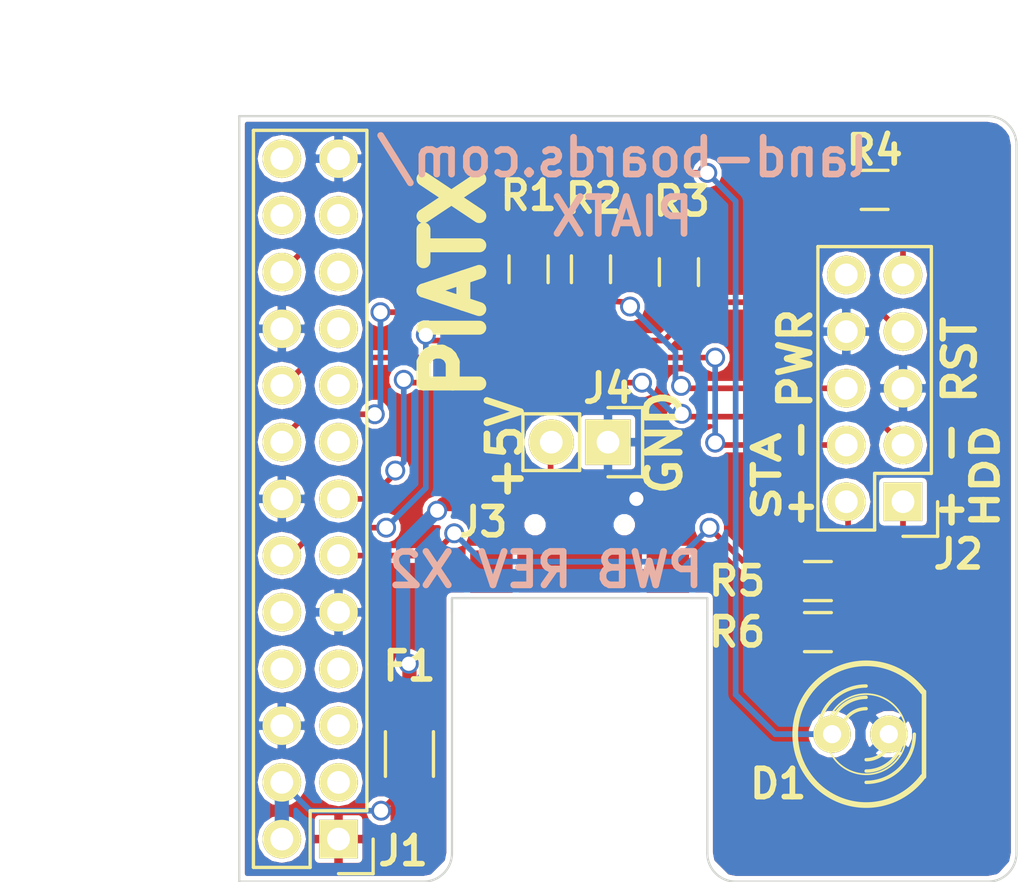
<source format=kicad_pcb>
(kicad_pcb (version 4) (host pcbnew 4.0.1-stable)

  (general
    (links 29)
    (no_connects 0)
    (area -11.075999 -4.85 35.007334 36.641)
    (thickness 1.6)
    (drawings 26)
    (tracks 118)
    (zones 0)
    (modules 12)
    (nets 15)
  )

  (page A)
  (title_block
    (title RasPi-GVS-Plus-CFG)
    (rev X1)
    (company land-boards.com)
  )

  (layers
    (0 F.Cu signal)
    (31 B.Cu signal)
    (36 B.SilkS user hide)
    (37 F.SilkS user)
    (38 B.Mask user)
    (39 F.Mask user)
    (40 Dwgs.User user)
    (41 Cmts.User user)
    (44 Edge.Cuts user)
  )

  (setup
    (last_trace_width 0.2032)
    (user_trace_width 0.2032)
    (user_trace_width 0.635)
    (trace_clearance 0.2032)
    (zone_clearance 0.2032)
    (zone_45_only no)
    (trace_min 0.2032)
    (segment_width 0.2)
    (edge_width 0.1)
    (via_size 0.889)
    (via_drill 0.635)
    (via_min_size 0.8128)
    (via_min_drill 0.508)
    (uvia_size 0.508)
    (uvia_drill 0.127)
    (uvias_allowed no)
    (uvia_min_size 0.508)
    (uvia_min_drill 0.127)
    (pcb_text_width 0.3)
    (pcb_text_size 1.5 1.5)
    (mod_edge_width 0.15)
    (mod_text_size 1.27 1.27)
    (mod_text_width 0.254)
    (pad_size 4.2418 4.2418)
    (pad_drill 2.49936)
    (pad_to_mask_clearance 0)
    (aux_axis_origin 0 0)
    (visible_elements 7FFFFF7F)
    (pcbplotparams
      (layerselection 0x010f0_80000001)
      (usegerberextensions false)
      (excludeedgelayer true)
      (linewidth 0.150000)
      (plotframeref false)
      (viasonmask false)
      (mode 1)
      (useauxorigin false)
      (hpglpennumber 1)
      (hpglpenspeed 20)
      (hpglpendiameter 15)
      (hpglpenoverlay 2)
      (psnegative false)
      (psa4output false)
      (plotreference true)
      (plotvalue true)
      (plotinvisibletext false)
      (padsonsilk false)
      (subtractmaskfromsilk false)
      (outputformat 1)
      (mirror false)
      (drillshape 0)
      (scaleselection 1)
      (outputdirectory plots/))
  )

  (net 0 "")
  (net 1 +3V3)
  (net 2 +5V)
  (net 3 GND)
  (net 4 /HD_LED_P)
  (net 5 /FP_PWR_SLP_1)
  (net 6 /FP_PWR_SLP_2)
  (net 7 /PWR_SW_P)
  (net 8 /RST_SW_P)
  (net 9 "Net-(J2-Pad9)")
  (net 10 "Net-(F1-Pad2)")
  (net 11 "Net-(J1-Pad22)")
  (net 12 "Net-(D1-Pad1)")
  (net 13 /HDACT)
  (net 14 "Net-(J2-Pad2)")

  (net_class Default "This is the default net class."
    (clearance 0.2032)
    (trace_width 0.2032)
    (via_dia 0.889)
    (via_drill 0.635)
    (uvia_dia 0.508)
    (uvia_drill 0.127)
    (add_net +3V3)
    (add_net +5V)
    (add_net /FP_PWR_SLP_1)
    (add_net /FP_PWR_SLP_2)
    (add_net /HDACT)
    (add_net /HD_LED_P)
    (add_net /PWR_SW_P)
    (add_net /RST_SW_P)
    (add_net GND)
    (add_net "Net-(D1-Pad1)")
    (add_net "Net-(F1-Pad2)")
    (add_net "Net-(J1-Pad22)")
    (add_net "Net-(J2-Pad2)")
    (add_net "Net-(J2-Pad9)")
  )

  (net_class POWER025 ""
    (clearance 0.381)
    (trace_width 0.635)
    (via_dia 0.889)
    (via_drill 0.635)
    (uvia_dia 0.508)
    (uvia_drill 0.127)
  )

  (module DougsNewMods:USB_Micro-B-Wellco-SMT (layer F.Cu) (tedit 57964ABF) (tstamp 5772ADB5)
    (at 15.24 17.78)
    (descr "Micro USB Type B Receptacle")
    (tags "USB USB_B USB_micro USB_OTG")
    (path /5772F434)
    (attr smd)
    (fp_text reference J3 (at -4.346 0.4) (layer F.SilkS)
      (effects (font (size 1.27 1.27) (thickness 0.254)))
    )
    (fp_text value USB-MICRO-B (at 0 4.8) (layer Dwgs.User) hide
      (effects (font (size 1 1) (thickness 0.15)))
    )
    (pad 1 smd rect (at -1.3 -0.4) (size 0.4 1.8) (layers F.Cu F.Mask)
      (net 10 "Net-(F1-Pad2)"))
    (pad 2 smd rect (at -0.65 -0.4) (size 0.4 1.8) (layers F.Cu F.Mask))
    (pad 3 smd rect (at 0 -0.4) (size 0.4 1.8) (layers F.Cu F.Mask))
    (pad 4 smd rect (at 0.65 -0.4) (size 0.4 1.8) (layers F.Cu F.Mask))
    (pad 5 smd rect (at 1.3 -0.4) (size 0.4 1.8) (layers F.Cu F.Mask)
      (net 3 GND))
    (pad "" np_thru_hole circle (at -2 0.525 90) (size 0.55 0.55) (drill 0.55) (layers *.Cu *.Mask F.SilkS))
    (pad "" np_thru_hole circle (at 2 0.525 90) (size 0.55 0.55) (drill oval 0.55) (layers *.Cu *.Mask F.SilkS))
    (pad 7 smd rect (at -3.95 2.625 90) (size 1.9 1.9) (layers F.Cu F.Mask))
    (pad 6 smd rect (at 3.95 2.625 90) (size 1.9 1.9) (layers F.Cu F.Mask))
  )

  (module Resistors_SMD:R_0805_HandSoldering (layer F.Cu) (tedit 579651ED) (tstamp 57729A50)
    (at 25.908 23.114 180)
    (descr "Resistor SMD 0805, hand soldering")
    (tags "resistor 0805")
    (path /5797D047)
    (attr smd)
    (fp_text reference R6 (at 3.6195 0 360) (layer F.SilkS)
      (effects (font (size 1.27 1.27) (thickness 0.254)))
    )
    (fp_text value 120 (at 0 2.1 180) (layer F.SilkS) hide
      (effects (font (size 1 1) (thickness 0.15)))
    )
    (fp_line (start -2.4 -1) (end 2.4 -1) (layer F.CrtYd) (width 0.05))
    (fp_line (start -2.4 1) (end 2.4 1) (layer F.CrtYd) (width 0.05))
    (fp_line (start -2.4 -1) (end -2.4 1) (layer F.CrtYd) (width 0.05))
    (fp_line (start 2.4 -1) (end 2.4 1) (layer F.CrtYd) (width 0.05))
    (fp_line (start 0.6 0.875) (end -0.6 0.875) (layer F.SilkS) (width 0.15))
    (fp_line (start -0.6 -0.875) (end 0.6 -0.875) (layer F.SilkS) (width 0.15))
    (pad 1 smd rect (at -1.35 0 180) (size 1.5 1.3) (layers F.Cu F.Mask)
      (net 4 /HD_LED_P))
    (pad 2 smd rect (at 1.35 0 180) (size 1.5 1.3) (layers F.Cu F.Mask)
      (net 1 +3V3))
    (model Resistors_SMD.3dshapes/R_0805_HandSoldering.wrl
      (at (xyz 0 0 0))
      (scale (xyz 1 1 1))
      (rotate (xyz 0 0 0))
    )
  )

  (module Resistors_SMD:R_0805_HandSoldering (layer F.Cu) (tedit 579651FE) (tstamp 57729A68)
    (at 25.908 20.828)
    (descr "Resistor SMD 0805, hand soldering")
    (tags "resistor 0805")
    (path /5797C37A)
    (attr smd)
    (fp_text reference R5 (at -3.6195 0 180) (layer F.SilkS)
      (effects (font (size 1.27 1.27) (thickness 0.254)))
    )
    (fp_text value 120 (at 0 2.1) (layer F.Fab) hide
      (effects (font (size 1 1) (thickness 0.15)))
    )
    (fp_line (start -2.4 -1) (end 2.4 -1) (layer F.CrtYd) (width 0.05))
    (fp_line (start -2.4 1) (end 2.4 1) (layer F.CrtYd) (width 0.05))
    (fp_line (start -2.4 -1) (end -2.4 1) (layer F.CrtYd) (width 0.05))
    (fp_line (start 2.4 -1) (end 2.4 1) (layer F.CrtYd) (width 0.05))
    (fp_line (start 0.6 0.875) (end -0.6 0.875) (layer F.SilkS) (width 0.15))
    (fp_line (start -0.6 -0.875) (end 0.6 -0.875) (layer F.SilkS) (width 0.15))
    (pad 1 smd rect (at -1.35 0) (size 1.5 1.3) (layers F.Cu F.Mask)
      (net 5 /FP_PWR_SLP_1))
    (pad 2 smd rect (at 1.35 0) (size 1.5 1.3) (layers F.Cu F.Mask)
      (net 14 "Net-(J2-Pad2)"))
    (model Resistors_SMD.3dshapes/R_0805_HandSoldering.wrl
      (at (xyz 0 0 0))
      (scale (xyz 1 1 1))
      (rotate (xyz 0 0 0))
    )
  )

  (module Resistors_SMD:R_0805_HandSoldering (layer F.Cu) (tedit 579B6E81) (tstamp 57729A74)
    (at 19.685 6.985 90)
    (descr "Resistor SMD 0805, hand soldering")
    (tags "resistor 0805")
    (path /5797CBF7)
    (attr smd)
    (fp_text reference R3 (at 3.175 0.127 180) (layer F.SilkS)
      (effects (font (size 1.27 1.27) (thickness 0.254)))
    )
    (fp_text value 2.2K (at 0 2.1 90) (layer F.Fab) hide
      (effects (font (size 1 1) (thickness 0.15)))
    )
    (fp_line (start -2.4 -1) (end 2.4 -1) (layer F.CrtYd) (width 0.05))
    (fp_line (start -2.4 1) (end 2.4 1) (layer F.CrtYd) (width 0.05))
    (fp_line (start -2.4 -1) (end -2.4 1) (layer F.CrtYd) (width 0.05))
    (fp_line (start 2.4 -1) (end 2.4 1) (layer F.CrtYd) (width 0.05))
    (fp_line (start 0.6 0.875) (end -0.6 0.875) (layer F.SilkS) (width 0.15))
    (fp_line (start -0.6 -0.875) (end 0.6 -0.875) (layer F.SilkS) (width 0.15))
    (pad 1 smd rect (at -1.35 0 90) (size 1.5 1.3) (layers F.Cu F.Mask)
      (net 8 /RST_SW_P))
    (pad 2 smd rect (at 1.35 0 90) (size 1.5 1.3) (layers F.Cu F.Mask)
      (net 1 +3V3))
    (model Resistors_SMD.3dshapes/R_0805_HandSoldering.wrl
      (at (xyz 0 0 0))
      (scale (xyz 1 1 1))
      (rotate (xyz 0 0 0))
    )
  )

  (module Resistors_SMD:R_0805_HandSoldering (layer F.Cu) (tedit 579B6E9D) (tstamp 57729A80)
    (at 28.448 3.302 180)
    (descr "Resistor SMD 0805, hand soldering")
    (tags "resistor 0805")
    (path /5797CF80)
    (attr smd)
    (fp_text reference R4 (at 0 1.778 180) (layer F.SilkS)
      (effects (font (size 1.27 1.27) (thickness 0.254)))
    )
    (fp_text value DNP (at 0 2.1 180) (layer F.Fab) hide
      (effects (font (size 1 1) (thickness 0.15)))
    )
    (fp_line (start -2.4 -1) (end 2.4 -1) (layer F.CrtYd) (width 0.05))
    (fp_line (start -2.4 1) (end 2.4 1) (layer F.CrtYd) (width 0.05))
    (fp_line (start -2.4 -1) (end -2.4 1) (layer F.CrtYd) (width 0.05))
    (fp_line (start 2.4 -1) (end 2.4 1) (layer F.CrtYd) (width 0.05))
    (fp_line (start 0.6 0.875) (end -0.6 0.875) (layer F.SilkS) (width 0.15))
    (fp_line (start -0.6 -0.875) (end 0.6 -0.875) (layer F.SilkS) (width 0.15))
    (pad 1 smd rect (at -1.35 0 180) (size 1.5 1.3) (layers F.Cu F.Mask)
      (net 9 "Net-(J2-Pad9)"))
    (pad 2 smd rect (at 1.35 0 180) (size 1.5 1.3) (layers F.Cu F.Mask)
      (net 1 +3V3))
    (model Resistors_SMD.3dshapes/R_0805_HandSoldering.wrl
      (at (xyz 0 0 0))
      (scale (xyz 1 1 1))
      (rotate (xyz 0 0 0))
    )
  )

  (module Resistors_SMD:R_0805_HandSoldering (layer F.Cu) (tedit 579B6E70) (tstamp 57729A8C)
    (at 15.748 6.858 90)
    (descr "Resistor SMD 0805, hand soldering")
    (tags "resistor 0805")
    (path /5797C9AF)
    (attr smd)
    (fp_text reference R2 (at 3.175 0.127 180) (layer F.SilkS)
      (effects (font (size 1.27 1.27) (thickness 0.254)))
    )
    (fp_text value 2.2K (at 0 2.1 90) (layer F.Fab) hide
      (effects (font (size 1 1) (thickness 0.15)))
    )
    (fp_line (start -2.4 -1) (end 2.4 -1) (layer F.CrtYd) (width 0.05))
    (fp_line (start -2.4 1) (end 2.4 1) (layer F.CrtYd) (width 0.05))
    (fp_line (start -2.4 -1) (end -2.4 1) (layer F.CrtYd) (width 0.05))
    (fp_line (start 2.4 -1) (end 2.4 1) (layer F.CrtYd) (width 0.05))
    (fp_line (start 0.6 0.875) (end -0.6 0.875) (layer F.SilkS) (width 0.15))
    (fp_line (start -0.6 -0.875) (end 0.6 -0.875) (layer F.SilkS) (width 0.15))
    (pad 1 smd rect (at -1.35 0 90) (size 1.5 1.3) (layers F.Cu F.Mask)
      (net 7 /PWR_SW_P))
    (pad 2 smd rect (at 1.35 0 90) (size 1.5 1.3) (layers F.Cu F.Mask)
      (net 1 +3V3))
    (model Resistors_SMD.3dshapes/R_0805_HandSoldering.wrl
      (at (xyz 0 0 0))
      (scale (xyz 1 1 1))
      (rotate (xyz 0 0 0))
    )
  )

  (module Pin_Headers:Pin_Header_Straight_2x13 (layer F.Cu) (tedit 57963BA9) (tstamp 5772A0C5)
    (at 4.445 32.385 180)
    (descr "Through hole pin header")
    (tags "pin header")
    (path /54848B62)
    (fp_text reference J1 (at -2.893 -0.527 180) (layer F.SilkS)
      (effects (font (size 1.27 1.27) (thickness 0.254)))
    )
    (fp_text value RASPIO (at 0 -3.1 180) (layer F.SilkS) hide
      (effects (font (size 1 1) (thickness 0.15)))
    )
    (fp_line (start -1.75 -1.75) (end -1.75 32.25) (layer F.CrtYd) (width 0.05))
    (fp_line (start 4.3 -1.75) (end 4.3 32.25) (layer F.CrtYd) (width 0.05))
    (fp_line (start -1.75 -1.75) (end 4.3 -1.75) (layer F.CrtYd) (width 0.05))
    (fp_line (start -1.75 32.25) (end 4.3 32.25) (layer F.CrtYd) (width 0.05))
    (fp_line (start 3.81 -1.27) (end 3.81 31.75) (layer F.SilkS) (width 0.15))
    (fp_line (start -1.27 1.27) (end -1.27 31.75) (layer F.SilkS) (width 0.15))
    (fp_line (start 3.81 31.75) (end -1.27 31.75) (layer F.SilkS) (width 0.15))
    (fp_line (start 3.81 -1.27) (end 1.27 -1.27) (layer F.SilkS) (width 0.15))
    (fp_line (start 0 -1.55) (end -1.55 -1.55) (layer F.SilkS) (width 0.15))
    (fp_line (start 1.27 -1.27) (end 1.27 1.27) (layer F.SilkS) (width 0.15))
    (fp_line (start 1.27 1.27) (end -1.27 1.27) (layer F.SilkS) (width 0.15))
    (fp_line (start -1.55 -1.55) (end -1.55 0) (layer F.SilkS) (width 0.15))
    (pad 1 thru_hole rect (at 0 0 180) (size 1.7272 1.7272) (drill 1.016) (layers *.Cu *.Mask F.SilkS)
      (net 1 +3V3))
    (pad 2 thru_hole oval (at 2.54 0 180) (size 1.7272 1.7272) (drill 1.016) (layers *.Cu *.Mask F.SilkS)
      (net 2 +5V))
    (pad 3 thru_hole oval (at 0 2.54 180) (size 1.7272 1.7272) (drill 1.016) (layers *.Cu *.Mask F.SilkS))
    (pad 4 thru_hole oval (at 2.54 2.54 180) (size 1.7272 1.7272) (drill 1.016) (layers *.Cu *.Mask F.SilkS)
      (net 2 +5V))
    (pad 5 thru_hole oval (at 0 5.08 180) (size 1.7272 1.7272) (drill 1.016) (layers *.Cu *.Mask F.SilkS))
    (pad 6 thru_hole oval (at 2.54 5.08 180) (size 1.7272 1.7272) (drill 1.016) (layers *.Cu *.Mask F.SilkS)
      (net 3 GND))
    (pad 7 thru_hole oval (at 0 7.62 180) (size 1.7272 1.7272) (drill 1.016) (layers *.Cu *.Mask F.SilkS))
    (pad 8 thru_hole oval (at 2.54 7.62 180) (size 1.7272 1.7272) (drill 1.016) (layers *.Cu *.Mask F.SilkS))
    (pad 9 thru_hole oval (at 0 10.16 180) (size 1.7272 1.7272) (drill 1.016) (layers *.Cu *.Mask F.SilkS)
      (net 3 GND))
    (pad 10 thru_hole oval (at 2.54 10.16 180) (size 1.7272 1.7272) (drill 1.016) (layers *.Cu *.Mask F.SilkS))
    (pad 11 thru_hole oval (at 0 12.7 180) (size 1.7272 1.7272) (drill 1.016) (layers *.Cu *.Mask F.SilkS)
      (net 5 /FP_PWR_SLP_1))
    (pad 12 thru_hole oval (at 2.54 12.7 180) (size 1.7272 1.7272) (drill 1.016) (layers *.Cu *.Mask F.SilkS)
      (net 8 /RST_SW_P))
    (pad 13 thru_hole oval (at 0 15.24 180) (size 1.7272 1.7272) (drill 1.016) (layers *.Cu *.Mask F.SilkS)
      (net 13 /HDACT))
    (pad 14 thru_hole oval (at 2.54 15.24 180) (size 1.7272 1.7272) (drill 1.016) (layers *.Cu *.Mask F.SilkS)
      (net 3 GND))
    (pad 15 thru_hole oval (at 0 17.78 180) (size 1.7272 1.7272) (drill 1.016) (layers *.Cu *.Mask F.SilkS))
    (pad 16 thru_hole oval (at 2.54 17.78 180) (size 1.7272 1.7272) (drill 1.016) (layers *.Cu *.Mask F.SilkS)
      (net 7 /PWR_SW_P))
    (pad 17 thru_hole oval (at 0 20.32 180) (size 1.7272 1.7272) (drill 1.016) (layers *.Cu *.Mask F.SilkS))
    (pad 18 thru_hole oval (at 2.54 20.32 180) (size 1.7272 1.7272) (drill 1.016) (layers *.Cu *.Mask F.SilkS)
      (net 6 /FP_PWR_SLP_2))
    (pad 19 thru_hole oval (at 0 22.86 180) (size 1.7272 1.7272) (drill 1.016) (layers *.Cu *.Mask F.SilkS))
    (pad 20 thru_hole oval (at 2.54 22.86 180) (size 1.7272 1.7272) (drill 1.016) (layers *.Cu *.Mask F.SilkS)
      (net 3 GND))
    (pad 21 thru_hole oval (at 0 25.4 180) (size 1.7272 1.7272) (drill 1.016) (layers *.Cu *.Mask F.SilkS))
    (pad 22 thru_hole oval (at 2.54 25.4 180) (size 1.7272 1.7272) (drill 1.016) (layers *.Cu *.Mask F.SilkS)
      (net 11 "Net-(J1-Pad22)"))
    (pad 23 thru_hole oval (at 0 27.94 180) (size 1.7272 1.7272) (drill 1.016) (layers *.Cu *.Mask F.SilkS))
    (pad 24 thru_hole oval (at 2.54 27.94 180) (size 1.7272 1.7272) (drill 1.016) (layers *.Cu *.Mask F.SilkS))
    (pad 25 thru_hole oval (at 0 30.48 180) (size 1.7272 1.7272) (drill 1.016) (layers *.Cu *.Mask F.SilkS)
      (net 3 GND))
    (pad 26 thru_hole oval (at 2.54 30.48 180) (size 1.7272 1.7272) (drill 1.016) (layers *.Cu *.Mask F.SilkS))
    (model Pin_Headers.3dshapes/Pin_Header_Straight_2x13.wrl
      (at (xyz 0.05 -0.6 0))
      (scale (xyz 1 1 1))
      (rotate (xyz 0 0 90))
    )
  )

  (module Pin_Headers:Pin_Header_Straight_2x05 (layer F.Cu) (tedit 579651FB) (tstamp 5772A111)
    (at 29.718 17.272 180)
    (descr "Through hole pin header")
    (tags "pin header")
    (path /57729ACD)
    (fp_text reference J2 (at -2.4765 -2.3495 180) (layer F.SilkS)
      (effects (font (size 1.27 1.27) (thickness 0.254)))
    )
    (fp_text value CONN_02X05 (at 0 -3.1 180) (layer F.SilkS) hide
      (effects (font (size 1 1) (thickness 0.15)))
    )
    (fp_line (start -1.75 -1.75) (end -1.75 11.95) (layer F.CrtYd) (width 0.05))
    (fp_line (start 4.3 -1.75) (end 4.3 11.95) (layer F.CrtYd) (width 0.05))
    (fp_line (start -1.75 -1.75) (end 4.3 -1.75) (layer F.CrtYd) (width 0.05))
    (fp_line (start -1.75 11.95) (end 4.3 11.95) (layer F.CrtYd) (width 0.05))
    (fp_line (start 3.81 -1.27) (end 3.81 11.43) (layer F.SilkS) (width 0.15))
    (fp_line (start 3.81 11.43) (end -1.27 11.43) (layer F.SilkS) (width 0.15))
    (fp_line (start -1.27 11.43) (end -1.27 1.27) (layer F.SilkS) (width 0.15))
    (fp_line (start 3.81 -1.27) (end 1.27 -1.27) (layer F.SilkS) (width 0.15))
    (fp_line (start 0 -1.55) (end -1.55 -1.55) (layer F.SilkS) (width 0.15))
    (fp_line (start 1.27 -1.27) (end 1.27 1.27) (layer F.SilkS) (width 0.15))
    (fp_line (start 1.27 1.27) (end -1.27 1.27) (layer F.SilkS) (width 0.15))
    (fp_line (start -1.55 -1.55) (end -1.55 0) (layer F.SilkS) (width 0.15))
    (pad 1 thru_hole rect (at 0 0 180) (size 1.7272 1.7272) (drill 1.016) (layers *.Cu *.Mask F.SilkS)
      (net 4 /HD_LED_P))
    (pad 2 thru_hole oval (at 2.54 0 180) (size 1.7272 1.7272) (drill 1.016) (layers *.Cu *.Mask F.SilkS)
      (net 14 "Net-(J2-Pad2)"))
    (pad 3 thru_hole oval (at 0 2.54 180) (size 1.7272 1.7272) (drill 1.016) (layers *.Cu *.Mask F.SilkS)
      (net 13 /HDACT))
    (pad 4 thru_hole oval (at 2.54 2.54 180) (size 1.7272 1.7272) (drill 1.016) (layers *.Cu *.Mask F.SilkS)
      (net 6 /FP_PWR_SLP_2))
    (pad 5 thru_hole oval (at 0 5.08 180) (size 1.7272 1.7272) (drill 1.016) (layers *.Cu *.Mask F.SilkS)
      (net 3 GND))
    (pad 6 thru_hole oval (at 2.54 5.08 180) (size 1.7272 1.7272) (drill 1.016) (layers *.Cu *.Mask F.SilkS)
      (net 7 /PWR_SW_P))
    (pad 7 thru_hole oval (at 0 7.62 180) (size 1.7272 1.7272) (drill 1.016) (layers *.Cu *.Mask F.SilkS)
      (net 8 /RST_SW_P))
    (pad 8 thru_hole oval (at 2.54 7.62 180) (size 1.7272 1.7272) (drill 1.016) (layers *.Cu *.Mask F.SilkS)
      (net 3 GND))
    (pad 9 thru_hole oval (at 0 10.16 180) (size 1.7272 1.7272) (drill 1.016) (layers *.Cu *.Mask F.SilkS)
      (net 9 "Net-(J2-Pad9)"))
    (pad 10 thru_hole oval (at 2.54 10.16 180) (size 1.7272 1.7272) (drill 1.016) (layers *.Cu *.Mask F.SilkS))
    (model Pin_Headers.3dshapes/Pin_Header_Straight_2x05.wrl
      (at (xyz 0.05 -0.2 0))
      (scale (xyz 1 1 1))
      (rotate (xyz 0 0 90))
    )
  )

  (module Resistors_SMD:R_1206_HandSoldering (layer F.Cu) (tedit 5776B53A) (tstamp 5772B3E1)
    (at 7.62 28.575 90)
    (descr "Resistor SMD 1206, hand soldering")
    (tags "resistor 1206")
    (path /5772FC9A)
    (attr smd)
    (fp_text reference F1 (at 3.937 0 180) (layer F.SilkS)
      (effects (font (size 1.27 1.27) (thickness 0.254)))
    )
    (fp_text value FUSE (at 0 2.3 90) (layer F.Fab) hide
      (effects (font (size 1 1) (thickness 0.15)))
    )
    (fp_line (start -3.3 -1.2) (end 3.3 -1.2) (layer F.CrtYd) (width 0.05))
    (fp_line (start -3.3 1.2) (end 3.3 1.2) (layer F.CrtYd) (width 0.05))
    (fp_line (start -3.3 -1.2) (end -3.3 1.2) (layer F.CrtYd) (width 0.05))
    (fp_line (start 3.3 -1.2) (end 3.3 1.2) (layer F.CrtYd) (width 0.05))
    (fp_line (start 1 1.075) (end -1 1.075) (layer F.SilkS) (width 0.15))
    (fp_line (start -1 -1.075) (end 1 -1.075) (layer F.SilkS) (width 0.15))
    (pad 1 smd rect (at -2 0 90) (size 2 1.7) (layers F.Cu F.Mask)
      (net 2 +5V))
    (pad 2 smd rect (at 2 0 90) (size 2 1.7) (layers F.Cu F.Mask)
      (net 10 "Net-(F1-Pad2)"))
    (model Resistors_SMD.3dshapes/R_1206_HandSoldering.wrl
      (at (xyz 0 0 0))
      (scale (xyz 1 1 1))
      (rotate (xyz 0 0 0))
    )
  )

  (module Resistors_SMD:R_0805_HandSoldering (layer F.Cu) (tedit 579B6E08) (tstamp 5772ECCC)
    (at 12.954 6.858 270)
    (descr "Resistor SMD 0805, hand soldering")
    (tags "resistor 0805")
    (path /5797AADF)
    (attr smd)
    (fp_text reference R1 (at -3.302 0 360) (layer F.SilkS)
      (effects (font (size 1.27 1.27) (thickness 0.254)))
    )
    (fp_text value 120 (at 0 2.1 270) (layer F.SilkS) hide
      (effects (font (size 1 1) (thickness 0.15)))
    )
    (fp_line (start -2.4 -1) (end 2.4 -1) (layer F.CrtYd) (width 0.05))
    (fp_line (start -2.4 1) (end 2.4 1) (layer F.CrtYd) (width 0.05))
    (fp_line (start -2.4 -1) (end -2.4 1) (layer F.CrtYd) (width 0.05))
    (fp_line (start 2.4 -1) (end 2.4 1) (layer F.CrtYd) (width 0.05))
    (fp_line (start 0.6 0.875) (end -0.6 0.875) (layer F.SilkS) (width 0.15))
    (fp_line (start -0.6 -0.875) (end 0.6 -0.875) (layer F.SilkS) (width 0.15))
    (pad 1 smd rect (at -1.35 0 270) (size 1.5 1.3) (layers F.Cu F.Mask)
      (net 12 "Net-(D1-Pad1)"))
    (pad 2 smd rect (at 1.35 0 270) (size 1.5 1.3) (layers F.Cu F.Mask)
      (net 11 "Net-(J1-Pad22)"))
    (model Resistors_SMD.3dshapes/R_0805_HandSoldering.wrl
      (at (xyz 0 0 0))
      (scale (xyz 1 1 1))
      (rotate (xyz 0 0 0))
    )
  )

  (module Pin_Headers:Pin_Header_Straight_1x02 (layer F.Cu) (tedit 5776B530) (tstamp 5773D407)
    (at 16.51 14.605 270)
    (descr "Through hole pin header")
    (tags "pin header")
    (path /5773D219)
    (fp_text reference J4 (at -2.413 0 360) (layer F.SilkS)
      (effects (font (size 1.27 1.27) (thickness 0.254)))
    )
    (fp_text value CONN_01X02 (at 0 -3.1 270) (layer F.SilkS) hide
      (effects (font (size 1 1) (thickness 0.15)))
    )
    (fp_line (start 1.27 1.27) (end 1.27 3.81) (layer F.SilkS) (width 0.15))
    (fp_line (start 1.55 -1.55) (end 1.55 0) (layer F.SilkS) (width 0.15))
    (fp_line (start -1.75 -1.75) (end -1.75 4.3) (layer F.CrtYd) (width 0.05))
    (fp_line (start 1.75 -1.75) (end 1.75 4.3) (layer F.CrtYd) (width 0.05))
    (fp_line (start -1.75 -1.75) (end 1.75 -1.75) (layer F.CrtYd) (width 0.05))
    (fp_line (start -1.75 4.3) (end 1.75 4.3) (layer F.CrtYd) (width 0.05))
    (fp_line (start 1.27 1.27) (end -1.27 1.27) (layer F.SilkS) (width 0.15))
    (fp_line (start -1.55 0) (end -1.55 -1.55) (layer F.SilkS) (width 0.15))
    (fp_line (start -1.55 -1.55) (end 1.55 -1.55) (layer F.SilkS) (width 0.15))
    (fp_line (start -1.27 1.27) (end -1.27 3.81) (layer F.SilkS) (width 0.15))
    (fp_line (start -1.27 3.81) (end 1.27 3.81) (layer F.SilkS) (width 0.15))
    (pad 1 thru_hole rect (at 0 0 270) (size 2.032 2.032) (drill 1.016) (layers *.Cu *.Mask F.SilkS)
      (net 3 GND))
    (pad 2 thru_hole oval (at 0 2.54 270) (size 2.032 2.032) (drill 1.016) (layers *.Cu *.Mask F.SilkS)
      (net 10 "Net-(F1-Pad2)"))
    (model Pin_Headers.3dshapes/Pin_Header_Straight_1x02.wrl
      (at (xyz 0 -0.05 0))
      (scale (xyz 1 1 1))
      (rotate (xyz 0 0 90))
    )
  )

  (module dougsLib:LED-5MM (layer F.Cu) (tedit 57964ED5) (tstamp 5776C110)
    (at 27.813 27.686)
    (descr "LED 5mm - Lead pitch 100mil (2,54mm)")
    (tags "LED led 5mm 5MM 100mil 2,54mm")
    (path /5772FA0A)
    (attr virtual)
    (fp_text reference D1 (at -3.683 2.2225) (layer F.SilkS)
      (effects (font (size 1.27 1.27) (thickness 0.254)))
    )
    (fp_text value LED (at 0 3.81) (layer F.SilkS) hide
      (effects (font (size 0.762 0.762) (thickness 0.0889)))
    )
    (fp_line (start 2.8448 1.905) (end 2.8448 -1.905) (layer F.SilkS) (width 0.2032))
    (fp_circle (center 0.254 0) (end -1.016 1.27) (layer F.SilkS) (width 0.0762))
    (fp_arc (start 0.254 0) (end 2.794 1.905) (angle 286.2) (layer F.SilkS) (width 0.254))
    (fp_arc (start 0.254 0) (end -0.889 0) (angle 90) (layer F.SilkS) (width 0.1524))
    (fp_arc (start 0.254 0) (end 1.397 0) (angle 90) (layer F.SilkS) (width 0.1524))
    (fp_arc (start 0.254 0) (end -1.397 0) (angle 90) (layer F.SilkS) (width 0.1524))
    (fp_arc (start 0.254 0) (end 1.905 0) (angle 90) (layer F.SilkS) (width 0.1524))
    (fp_arc (start 0.254 0) (end -1.905 0) (angle 90) (layer F.SilkS) (width 0.1524))
    (fp_arc (start 0.254 0) (end 2.413 0) (angle 90) (layer F.SilkS) (width 0.1524))
    (pad 1 thru_hole circle (at -1.27 0) (size 1.6764 1.6764) (drill 0.8128) (layers *.Cu *.Mask F.SilkS)
      (net 12 "Net-(D1-Pad1)"))
    (pad 2 thru_hole circle (at 1.27 0) (size 1.6764 1.6764) (drill 0.8128) (layers *.Cu *.Mask F.SilkS)
      (net 3 GND))
    (model discret/leds/led5_vertical_verde.wrl
      (at (xyz 0 0 0))
      (scale (xyz 1 1 1))
      (rotate (xyz 0 0 0))
    )
  )

  (dimension 35 (width 0.3) (layer Dwgs.User)
    (gr_text "35.000 mm" (at 17.5 -3.35) (layer Dwgs.User)
      (effects (font (size 1.5 1.5) (thickness 0.3)))
    )
    (feature1 (pts (xy 35 0) (xy 35 -4.7)))
    (feature2 (pts (xy 0 0) (xy 0 -4.7)))
    (crossbar (pts (xy 0 -2) (xy 35 -2)))
    (arrow1a (pts (xy 35 -2) (xy 33.873496 -1.413579)))
    (arrow1b (pts (xy 35 -2) (xy 33.873496 -2.586421)))
    (arrow2a (pts (xy 0 -2) (xy 1.126504 -1.413579)))
    (arrow2b (pts (xy 0 -2) (xy 1.126504 -2.586421)))
  )
  (gr_text "+ -" (at 25.0825 16.002 90) (layer F.SilkS)
    (effects (font (size 1.143 1.5) (thickness 0.28575)))
  )
  (gr_text HDD (at 33.401 16.129 90) (layer F.SilkS)
    (effects (font (size 1.143 1.5) (thickness 0.28575)))
  )
  (gr_text PWR (at 24.892 10.8585 90) (layer F.SilkS)
    (effects (font (size 1.397 1.397) (thickness 0.28575)))
  )
  (gr_text STA (at 23.622 16.129 90) (layer F.SilkS)
    (effects (font (size 1.143 1.5) (thickness 0.28575)))
  )
  (gr_text RST (at 32.258 10.922 90) (layer F.SilkS)
    (effects (font (size 1.397 1.397) (thickness 0.28575)))
  )
  (gr_text "+ -" (at 31.8135 16.129 90) (layer F.SilkS)
    (effects (font (size 1.143 1.5) (thickness 0.28575)))
  )
  (gr_line (start 33.528 0) (end 0 0) (angle 90) (layer Edge.Cuts) (width 0.1))
  (gr_line (start 22.225 34.29) (end 33.528 34.29) (angle 90) (layer Edge.Cuts) (width 0.1))
  (dimension 34.29 (width 0.3) (layer Dwgs.User)
    (gr_text "34.290 mm" (at -4.426 17.037 90) (layer Dwgs.User)
      (effects (font (size 1.5 1.5) (thickness 0.3)))
    )
    (feature1 (pts (xy -0.028 -0.108) (xy -5.776 -0.108)))
    (feature2 (pts (xy -0.028 34.182) (xy -5.776 34.182)))
    (crossbar (pts (xy -3.076 34.182) (xy -3.076 -0.108)))
    (arrow1a (pts (xy -3.076 -0.108) (xy -2.489579 1.018504)))
    (arrow1b (pts (xy -3.076 -0.108) (xy -3.662421 1.018504)))
    (arrow2a (pts (xy -3.076 34.182) (xy -2.489579 33.055496)))
    (arrow2b (pts (xy -3.076 34.182) (xy -3.662421 33.055496)))
  )
  (gr_text PIATX (at 9.624 7.512 90) (layer F.SilkS)
    (effects (font (size 2.5 2.5) (thickness 0.625)))
  )
  (gr_text GND (at 19.022 14.624 90) (layer F.SilkS)
    (effects (font (size 1.5 1.5) (thickness 0.3)))
  )
  (gr_text +5V (at 11.91 14.878 90) (layer F.SilkS)
    (effects (font (size 1.5 1.5) (thickness 0.3)))
  )
  (gr_line (start 0 34.29) (end 8.255 34.29) (angle 90) (layer Edge.Cuts) (width 0.1))
  (gr_line (start 9.525 21.59) (end 9.525 22.225) (angle 90) (layer Edge.Cuts) (width 0.1))
  (gr_line (start 9.525 33.02) (end 9.525 21.59) (angle 90) (layer Edge.Cuts) (width 0.1))
  (gr_line (start 20.955 33.02) (end 20.955 21.59) (angle 90) (layer Edge.Cuts) (width 0.1))
  (gr_line (start 34.798 1.27) (end 34.798 33.02) (angle 90) (layer Edge.Cuts) (width 0.1))
  (gr_arc (start 33.528 1.27) (end 33.528 0) (angle 90) (layer Edge.Cuts) (width 0.1))
  (gr_arc (start 8.255 33.02) (end 9.525 33.02) (angle 90) (layer Edge.Cuts) (width 0.1))
  (gr_arc (start 33.528 33.02) (end 34.798 33.02) (angle 90) (layer Edge.Cuts) (width 0.1))
  (gr_arc (start 22.225 33.02) (end 22.225 34.29) (angle 90) (layer Edge.Cuts) (width 0.1))
  (gr_line (start 9.525 21.59) (end 20.955 21.59) (angle 90) (layer Edge.Cuts) (width 0.1))
  (gr_line (start 0 0) (end 0 34.29) (angle 90) (layer Edge.Cuts) (width 0.1))
  (gr_text "PWB REV X2" (at 13.716 20.32) (layer B.SilkS)
    (effects (font (size 1.5 1.5) (thickness 0.3)) (justify mirror))
  )
  (gr_text "land-boards.com/\nPIATX" (at 17.145 3.175) (layer B.SilkS)
    (effects (font (size 1.651 1.55) (thickness 0.3)) (justify mirror))
  )

  (segment (start 6.89 30.575) (end 7.62 30.575) (width 0.254) (layer F.Cu) (net 2) (tstamp 5772D81E) (status 30))
  (segment (start 6.35 31.115) (end 6.89 30.575) (width 0.254) (layer F.Cu) (net 2) (tstamp 5772D81D) (status 20))
  (via (at 6.35 31.115) (size 0.889) (drill 0.635) (layers F.Cu B.Cu) (net 2))
  (segment (start 3.175 31.115) (end 6.35 31.115) (width 0.254) (layer B.Cu) (net 2) (tstamp 5772D817))
  (segment (start 1.905 29.845) (end 3.175 31.115) (width 0.254) (layer B.Cu) (net 2) (tstamp 5772D816) (status 10))
  (segment (start 1.905 29.845) (end 1.905 32.385) (width 0.635) (layer B.Cu) (net 2) (status 30))
  (segment (start 17.545 17.38) (end 17.78 17.145) (width 0.254) (layer F.Cu) (net 3) (tstamp 5772D91A))
  (via (at 17.78 17.145) (size 0.889) (layers F.Cu B.Cu) (net 3))
  (segment (start 16.54 17.38) (end 17.545 17.38) (width 0.254) (layer F.Cu) (net 3) (status 10))
  (segment (start 29.464 23.114) (end 29.718 22.86) (width 0.254) (layer F.Cu) (net 4) (tstamp 57964E87))
  (segment (start 27.258 23.114) (end 29.464 23.114) (width 0.254) (layer F.Cu) (net 4))
  (segment (start 29.718 22.86) (end 29.718 17.272) (width 0.254) (layer F.Cu) (net 4) (tstamp 57964E88))
  (via (at 9.624 18.688) (size 0.889) (layers F.Cu B.Cu) (net 5))
  (segment (start 9.624 18.688) (end 10.894 19.958) (width 0.254) (layer B.Cu) (net 5) (tstamp 57963A1F))
  (segment (start 10.894 19.958) (end 19.53 19.958) (width 0.254) (layer B.Cu) (net 5) (tstamp 57963A20))
  (segment (start 19.53 19.958) (end 21.054 18.434) (width 0.254) (layer B.Cu) (net 5) (tstamp 57963A25))
  (segment (start 8.627 19.685) (end 9.624 18.688) (width 0.254) (layer F.Cu) (net 5) (tstamp 57963A1C))
  (segment (start 8.627 19.685) (end 4.445 19.685) (width 0.254) (layer F.Cu) (net 5) (status 20))
  (via (at 21.054 18.434) (size 0.889) (layers F.Cu B.Cu) (net 5))
  (segment (start 23.448 20.828) (end 21.054 18.434) (width 0.254) (layer F.Cu) (net 5) (tstamp 57964E07))
  (segment (start 24.558 20.828) (end 23.448 20.828) (width 0.254) (layer F.Cu) (net 5))
  (segment (start 1.905 12.065) (end 2.023 12.065) (width 0.254) (layer F.Cu) (net 6) (status 30))
  (segment (start 2.023 12.065) (end 3.274 10.814) (width 0.254) (layer F.Cu) (net 6) (tstamp 579619CE) (status 10))
  (segment (start 3.274 10.814) (end 21.308 10.814) (width 0.254) (layer F.Cu) (net 6) (tstamp 579619CF))
  (via (at 21.308 10.814) (size 0.889) (layers F.Cu B.Cu) (net 6))
  (segment (start 21.308 10.814) (end 21.308 14.624) (width 0.254) (layer B.Cu) (net 6) (tstamp 579619D6))
  (via (at 21.308 14.624) (size 0.889) (layers F.Cu B.Cu) (net 6))
  (segment (start 27.178 14.732) (end 26.543 14.732) (width 0.254) (layer F.Cu) (net 6) (status 30))
  (segment (start 27.098 14.812) (end 27.178 14.732) (width 0.254) (layer F.Cu) (net 6) (tstamp 5772D8FB) (status 30))
  (segment (start 21.416 14.732) (end 21.308 14.624) (width 0.254) (layer F.Cu) (net 6) (tstamp 57964E30))
  (segment (start 27.178 14.732) (end 21.416 14.732) (width 0.254) (layer F.Cu) (net 6))
  (segment (start 13.462 9.544) (end 15.348 9.544) (width 0.2032) (layer F.Cu) (net 7))
  (segment (start 15.748 9.144) (end 15.748 8.208) (width 0.2032) (layer F.Cu) (net 7) (tstamp 579B73B6))
  (segment (start 15.348 9.544) (end 15.748 9.144) (width 0.2032) (layer F.Cu) (net 7) (tstamp 579B73B5))
  (segment (start 9.116 8.782) (end 6.322 8.782) (width 0.254) (layer F.Cu) (net 7) (tstamp 57963B0C))
  (segment (start 9.878 9.544) (end 9.116 8.782) (width 0.254) (layer F.Cu) (net 7) (tstamp 57963B0A))
  (segment (start 13.462 9.544) (end 9.878 9.544) (width 0.254) (layer F.Cu) (net 7) (tstamp 579B73B3))
  (segment (start 19.53 10.56) (end 17.498 8.528) (width 0.254) (layer B.Cu) (net 7) (tstamp 579639CB))
  (segment (start 17.305 8.335) (end 15.748 8.208) (width 0.254) (layer F.Cu) (net 7) (tstamp 57963981) (status 20))
  (via (at 17.498 8.528) (size 0.889) (layers F.Cu B.Cu) (net 7))
  (segment (start 17.498 8.528) (end 17.305 8.335) (width 0.254) (layer F.Cu) (net 7) (tstamp 57963980))
  (via (at 6.322 8.782) (size 0.889) (layers F.Cu B.Cu) (net 7))
  (segment (start 19.53 11.83) (end 19.53 10.56) (width 0.254) (layer B.Cu) (net 7) (tstamp 579639CA))
  (segment (start 19.784 12.084) (end 19.53 11.83) (width 0.254) (layer B.Cu) (net 7) (tstamp 579639C9))
  (via (at 19.784 12.084) (size 0.889) (layers F.Cu B.Cu) (net 7))
  (segment (start 19.892 12.192) (end 19.784 12.084) (width 0.254) (layer F.Cu) (net 7) (tstamp 57964E42))
  (segment (start 1.905 14.605) (end 1.905 14.469) (width 0.254) (layer F.Cu) (net 7) (status 30))
  (segment (start 1.905 14.469) (end 3.02 13.354) (width 0.254) (layer F.Cu) (net 7) (tstamp 57963934) (status 10))
  (segment (start 6.322 13.1) (end 6.322 8.782) (width 0.254) (layer B.Cu) (net 7) (tstamp 5796393B))
  (segment (start 6.068 13.354) (end 6.322 13.1) (width 0.254) (layer B.Cu) (net 7) (tstamp 5796393A))
  (via (at 6.068 13.354) (size 0.889) (layers F.Cu B.Cu) (net 7))
  (segment (start 3.02 13.354) (end 6.068 13.354) (width 0.254) (layer F.Cu) (net 7) (tstamp 57963935))
  (segment (start 27.178 12.192) (end 26.543 12.192) (width 0.254) (layer F.Cu) (net 7) (status 30))
  (segment (start 27.178 12.192) (end 19.892 12.192) (width 0.254) (layer F.Cu) (net 7))
  (segment (start 19.685 9.389) (end 19.685 8.335) (width 0.254) (layer F.Cu) (net 8) (tstamp 5796396C) (status 20))
  (segment (start 28.274 8.335) (end 19.685 8.335) (width 0.254) (layer F.Cu) (net 8) (tstamp 57964E72))
  (segment (start 19.022 10.052) (end 19.685 9.389) (width 0.254) (layer F.Cu) (net 8) (tstamp 5796396B))
  (segment (start 8.608 10.052) (end 19.022 10.052) (width 0.254) (layer F.Cu) (net 8) (tstamp 5796396A))
  (segment (start 8.354 9.798) (end 8.608 10.052) (width 0.254) (layer F.Cu) (net 8) (tstamp 57963969))
  (via (at 8.354 9.798) (size 0.889) (layers F.Cu B.Cu) (net 8))
  (segment (start 8.354 16.656) (end 8.354 9.798) (width 0.254) (layer B.Cu) (net 8) (tstamp 57963963))
  (segment (start 6.576 18.434) (end 8.354 16.656) (width 0.254) (layer B.Cu) (net 8) (tstamp 57963962))
  (via (at 6.576 18.434) (size 0.889) (layers F.Cu B.Cu) (net 8))
  (segment (start 3.528 18.434) (end 6.576 18.434) (width 0.254) (layer F.Cu) (net 8) (tstamp 5796395D))
  (segment (start 1.905 19.685) (end 2.277 19.685) (width 0.254) (layer F.Cu) (net 8) (status 30))
  (segment (start 2.277 19.685) (end 3.528 18.434) (width 0.254) (layer F.Cu) (net 8) (tstamp 5796395C) (status 10))
  (segment (start 29.591 9.652) (end 28.274 8.335) (width 0.254) (layer F.Cu) (net 8) (tstamp 57964E70))
  (segment (start 29.718 9.652) (end 29.591 9.652) (width 0.254) (layer F.Cu) (net 8))
  (segment (start 29.718 3.382) (end 29.798 3.302) (width 0.254) (layer F.Cu) (net 9) (tstamp 57964E49))
  (segment (start 29.718 7.112) (end 29.718 3.382) (width 0.254) (layer F.Cu) (net 9))
  (segment (start 7.62 26.575) (end 7.62 24.558) (width 0.635) (layer F.Cu) (net 10) (status 10))
  (segment (start 9.154 17.38) (end 12.418 17.38) (width 0.635) (layer F.Cu) (net 10) (tstamp 57963996))
  (segment (start 8.862 17.672) (end 9.154 17.38) (width 0.635) (layer F.Cu) (net 10) (tstamp 57963995))
  (via (at 8.862 17.672) (size 0.889) (layers F.Cu B.Cu) (net 10))
  (segment (start 7.338 19.196) (end 8.862 17.672) (width 0.635) (layer B.Cu) (net 10) (tstamp 57963992))
  (segment (start 7.338 24.276) (end 7.338 19.196) (width 0.635) (layer B.Cu) (net 10) (tstamp 5796398E))
  (segment (start 7.592 24.53) (end 7.338 24.276) (width 0.635) (layer B.Cu) (net 10) (tstamp 5796398D))
  (via (at 7.592 24.53) (size 0.889) (layers F.Cu B.Cu) (net 10))
  (segment (start 7.62 24.558) (end 7.592 24.53) (width 0.635) (layer F.Cu) (net 10) (tstamp 57963989))
  (segment (start 12.418 17.38) (end 13.94 17.38) (width 0.254) (layer F.Cu) (net 10) (tstamp 57963999) (status 20))
  (segment (start 13.94 17.38) (end 13.94 14.635) (width 0.254) (layer F.Cu) (net 10) (status 30))
  (segment (start 13.94 14.635) (end 13.97 14.605) (width 0.254) (layer F.Cu) (net 10) (tstamp 5773D5C6) (status 30))
  (segment (start 6.604 5.715) (end 8.255 5.715) (width 0.2032) (layer F.Cu) (net 11))
  (segment (start 10.748 8.208) (end 12.954 8.208) (width 0.2032) (layer F.Cu) (net 11) (tstamp 579B736C) (status 20))
  (segment (start 8.255 5.715) (end 10.748 8.208) (width 0.2032) (layer F.Cu) (net 11) (tstamp 579B736A))
  (segment (start 3.175 5.715) (end 6.604 5.715) (width 0.254) (layer F.Cu) (net 11))
  (segment (start 1.905 6.985) (end 3.175 5.715) (width 0.254) (layer F.Cu) (net 11) (status 10))
  (segment (start 20.32 2.54) (end 13.97 2.54) (width 0.2032) (layer F.Cu) (net 12))
  (segment (start 12.954 3.556) (end 12.954 5.508) (width 0.2032) (layer F.Cu) (net 12) (tstamp 579B7373) (status 20))
  (segment (start 13.97 2.54) (end 12.954 3.556) (width 0.2032) (layer F.Cu) (net 12) (tstamp 579B7372))
  (segment (start 15.955 2.54) (end 20.32 2.54) (width 0.254) (layer F.Cu) (net 12) (status 10))
  (segment (start 20.32 2.54) (end 20.955 2.54) (width 0.254) (layer F.Cu) (net 12) (tstamp 579B7370) (status 10))
  (segment (start 22.225 3.81) (end 22.225 25.908) (width 0.254) (layer B.Cu) (net 12) (tstamp 5773D4A3))
  (segment (start 20.955 2.54) (end 22.225 3.81) (width 0.254) (layer B.Cu) (net 12) (tstamp 5773D4A2))
  (via (at 20.955 2.54) (size 0.889) (layers F.Cu B.Cu) (net 12))
  (segment (start 24.003 27.686) (end 22.225 25.908) (width 0.254) (layer B.Cu) (net 12) (tstamp 57964E29))
  (segment (start 26.289 27.686) (end 24.003 27.686) (width 0.254) (layer B.Cu) (net 12) (status 10))
  (segment (start 24.003 27.686) (end 22.225 25.908) (width 0.254) (layer B.Cu) (net 12) (tstamp 57964F06))
  (segment (start 26.543 27.686) (end 24.003 27.686) (width 0.254) (layer B.Cu) (net 12))
  (segment (start 5.842 17.145) (end 6.985 16.002) (width 0.254) (layer F.Cu) (net 13) (tstamp 57964E8E))
  (segment (start 6.985 16.002) (end 6.985 15.875) (width 0.254) (layer F.Cu) (net 13) (tstamp 57964E90))
  (via (at 6.985 15.875) (size 0.889) (layers F.Cu B.Cu) (net 13))
  (segment (start 6.985 15.875) (end 7.366 15.494) (width 0.254) (layer B.Cu) (net 13) (tstamp 57964E94))
  (segment (start 7.366 15.494) (end 7.366 11.811) (width 0.254) (layer B.Cu) (net 13) (tstamp 57964E95))
  (via (at 7.366 11.811) (size 0.889) (layers F.Cu B.Cu) (net 13))
  (segment (start 7.366 11.811) (end 7.493 11.938) (width 0.254) (layer F.Cu) (net 13) (tstamp 57964E97))
  (segment (start 7.493 11.938) (end 18.034 11.938) (width 0.254) (layer F.Cu) (net 13) (tstamp 57964E98))
  (via (at 18.034 11.938) (size 0.889) (layers F.Cu B.Cu) (net 13))
  (segment (start 18.034 11.938) (end 19.431 13.335) (width 0.254) (layer B.Cu) (net 13) (tstamp 57964E9A))
  (segment (start 19.431 13.335) (end 19.812 13.335) (width 0.254) (layer B.Cu) (net 13) (tstamp 57964E9B))
  (via (at 19.812 13.335) (size 0.889) (layers F.Cu B.Cu) (net 13))
  (segment (start 19.812 13.335) (end 19.939 13.462) (width 0.254) (layer F.Cu) (net 13) (tstamp 57964EA0))
  (segment (start 19.939 13.462) (end 28.448 13.462) (width 0.254) (layer F.Cu) (net 13) (tstamp 57964EA1))
  (segment (start 28.448 13.462) (end 29.718 14.732) (width 0.254) (layer F.Cu) (net 13) (tstamp 57964EA2))
  (segment (start 4.445 17.145) (end 5.842 17.145) (width 0.254) (layer F.Cu) (net 13))
  (segment (start 27.15 17.3) (end 27.178 17.272) (width 0.254) (layer F.Cu) (net 14) (tstamp 57963AC8) (status 30))
  (segment (start 27.258 17.352) (end 27.178 17.272) (width 0.254) (layer F.Cu) (net 14) (tstamp 57964E84))
  (segment (start 27.258 20.828) (end 27.258 17.352) (width 0.254) (layer F.Cu) (net 14))

  (zone (net 3) (net_name GND) (layer B.Cu) (tstamp 5772B61C) (hatch edge 0.508)
    (connect_pads (clearance 0.2032))
    (min_thickness 0.2032)
    (fill yes (arc_segments 16) (thermal_gap 0.2032) (thermal_bridge_width 0.381))
    (polygon
      (pts
        (xy 0 0) (xy 33.655 0) (xy 34.798 1.143) (xy 34.798 33.02) (xy 33.655 34.29)
        (xy 22.225 34.29) (xy 20.955 33.02) (xy 20.955 21.59) (xy 9.525 21.59) (xy 9.525 33.02)
        (xy 8.255 34.29) (xy 0 34.29)
      )
    )
    (filled_polygon
      (pts
        (xy 33.875572 0.430888) (xy 34.076375 0.565059) (xy 34.232939 0.721623) (xy 34.367112 0.922428) (xy 34.4432 1.304947)
        (xy 34.4432 32.985053) (xy 34.372394 33.341019) (xy 33.952177 33.807927) (xy 33.875572 33.859112) (xy 33.493053 33.9352)
        (xy 22.259947 33.9352) (xy 21.952786 33.874102) (xy 21.370898 33.292214) (xy 21.3098 32.985053) (xy 21.3098 21.59)
        (xy 21.282792 21.454224) (xy 21.205881 21.339119) (xy 21.090776 21.262208) (xy 20.955 21.2352) (xy 9.525 21.2352)
        (xy 9.389224 21.262208) (xy 9.274119 21.339119) (xy 9.197208 21.454224) (xy 9.1702 21.59) (xy 9.1702 32.985053)
        (xy 9.109102 33.292214) (xy 8.527214 33.874102) (xy 8.220053 33.9352) (xy 0.3548 33.9352) (xy 0.3548 29.845)
        (xy 0.71371 29.845) (xy 0.802649 30.292127) (xy 1.055926 30.671184) (xy 1.2827 30.822709) (xy 1.2827 31.407291)
        (xy 1.055926 31.558816) (xy 0.802649 31.937873) (xy 0.71371 32.385) (xy 0.802649 32.832127) (xy 1.055926 33.211184)
        (xy 1.434983 33.464461) (xy 1.88211 33.5534) (xy 1.92789 33.5534) (xy 2.375017 33.464461) (xy 2.754074 33.211184)
        (xy 3.007351 32.832127) (xy 3.09629 32.385) (xy 3.007351 31.937873) (xy 2.754074 31.558816) (xy 2.5273 31.407291)
        (xy 2.5273 31.077958) (xy 2.869671 31.420329) (xy 3.009757 31.513931) (xy 3.175 31.5468) (xy 3.270629 31.5468)
        (xy 3.270629 33.2486) (xy 3.291882 33.361552) (xy 3.358637 33.465292) (xy 3.460493 33.534887) (xy 3.5814 33.559371)
        (xy 5.3086 33.559371) (xy 5.421552 33.538118) (xy 5.525292 33.471363) (xy 5.594887 33.369507) (xy 5.619371 33.2486)
        (xy 5.619371 31.5468) (xy 5.7223 31.5468) (xy 5.925001 31.749856) (xy 6.200301 31.86417) (xy 6.498391 31.86443)
        (xy 6.77389 31.750596) (xy 6.984856 31.539999) (xy 7.09917 31.264699) (xy 7.09943 30.966609) (xy 6.985596 30.69111)
        (xy 6.774999 30.480144) (xy 6.499699 30.36583) (xy 6.201609 30.36557) (xy 5.92611 30.479404) (xy 5.721957 30.6832)
        (xy 5.276091 30.6832) (xy 5.294074 30.671184) (xy 5.547351 30.292127) (xy 5.63629 29.845) (xy 5.547351 29.397873)
        (xy 5.294074 29.018816) (xy 4.915017 28.765539) (xy 4.46789 28.6766) (xy 4.42211 28.6766) (xy 3.974983 28.765539)
        (xy 3.595926 29.018816) (xy 3.342649 29.397873) (xy 3.25371 29.845) (xy 3.342649 30.292127) (xy 3.595926 30.671184)
        (xy 3.613909 30.6832) (xy 3.353858 30.6832) (xy 2.9895 30.318842) (xy 3.007351 30.292127) (xy 3.09629 29.845)
        (xy 3.007351 29.397873) (xy 2.754074 29.018816) (xy 2.375017 28.765539) (xy 1.92789 28.6766) (xy 1.88211 28.6766)
        (xy 1.434983 28.765539) (xy 1.055926 29.018816) (xy 0.802649 29.397873) (xy 0.71371 29.845) (xy 0.3548 29.845)
        (xy 0.3548 27.575054) (xy 0.768237 27.575054) (xy 0.910223 27.917862) (xy 1.220478 28.251895) (xy 1.634945 28.441772)
        (xy 1.8161 28.393822) (xy 1.8161 27.3939) (xy 1.9939 27.3939) (xy 1.9939 28.393822) (xy 2.175055 28.441772)
        (xy 2.589522 28.251895) (xy 2.899777 27.917862) (xy 3.041763 27.575054) (xy 2.993576 27.3939) (xy 1.9939 27.3939)
        (xy 1.8161 27.3939) (xy 0.816424 27.3939) (xy 0.768237 27.575054) (xy 0.3548 27.575054) (xy 0.3548 27.305)
        (xy 3.25371 27.305) (xy 3.342649 27.752127) (xy 3.595926 28.131184) (xy 3.974983 28.384461) (xy 4.42211 28.4734)
        (xy 4.46789 28.4734) (xy 4.915017 28.384461) (xy 5.294074 28.131184) (xy 5.547351 27.752127) (xy 5.63629 27.305)
        (xy 5.547351 26.857873) (xy 5.294074 26.478816) (xy 4.915017 26.225539) (xy 4.46789 26.1366) (xy 4.42211 26.1366)
        (xy 3.974983 26.225539) (xy 3.595926 26.478816) (xy 3.342649 26.857873) (xy 3.25371 27.305) (xy 0.3548 27.305)
        (xy 0.3548 27.034946) (xy 0.768237 27.034946) (xy 0.816424 27.2161) (xy 1.8161 27.2161) (xy 1.8161 26.216178)
        (xy 1.9939 26.216178) (xy 1.9939 27.2161) (xy 2.993576 27.2161) (xy 3.041763 27.034946) (xy 2.899777 26.692138)
        (xy 2.589522 26.358105) (xy 2.175055 26.168228) (xy 1.9939 26.216178) (xy 1.8161 26.216178) (xy 1.634945 26.168228)
        (xy 1.220478 26.358105) (xy 0.910223 26.692138) (xy 0.768237 27.034946) (xy 0.3548 27.034946) (xy 0.3548 24.765)
        (xy 0.71371 24.765) (xy 0.802649 25.212127) (xy 1.055926 25.591184) (xy 1.434983 25.844461) (xy 1.88211 25.9334)
        (xy 1.92789 25.9334) (xy 2.375017 25.844461) (xy 2.754074 25.591184) (xy 3.007351 25.212127) (xy 3.09629 24.765)
        (xy 3.25371 24.765) (xy 3.342649 25.212127) (xy 3.595926 25.591184) (xy 3.974983 25.844461) (xy 4.42211 25.9334)
        (xy 4.46789 25.9334) (xy 4.915017 25.844461) (xy 5.294074 25.591184) (xy 5.547351 25.212127) (xy 5.63629 24.765)
        (xy 5.547351 24.317873) (xy 5.294074 23.938816) (xy 4.915017 23.685539) (xy 4.46789 23.5966) (xy 4.42211 23.5966)
        (xy 3.974983 23.685539) (xy 3.595926 23.938816) (xy 3.342649 24.317873) (xy 3.25371 24.765) (xy 3.09629 24.765)
        (xy 3.007351 24.317873) (xy 2.754074 23.938816) (xy 2.375017 23.685539) (xy 1.92789 23.5966) (xy 1.88211 23.5966)
        (xy 1.434983 23.685539) (xy 1.055926 23.938816) (xy 0.802649 24.317873) (xy 0.71371 24.765) (xy 0.3548 24.765)
        (xy 0.3548 22.225) (xy 0.71371 22.225) (xy 0.802649 22.672127) (xy 1.055926 23.051184) (xy 1.434983 23.304461)
        (xy 1.88211 23.3934) (xy 1.92789 23.3934) (xy 2.375017 23.304461) (xy 2.754074 23.051184) (xy 3.007351 22.672127)
        (xy 3.042572 22.495054) (xy 3.308237 22.495054) (xy 3.450223 22.837862) (xy 3.760478 23.171895) (xy 4.174945 23.361772)
        (xy 4.3561 23.313822) (xy 4.3561 22.3139) (xy 4.5339 22.3139) (xy 4.5339 23.313822) (xy 4.715055 23.361772)
        (xy 5.129522 23.171895) (xy 5.439777 22.837862) (xy 5.581763 22.495054) (xy 5.533576 22.3139) (xy 4.5339 22.3139)
        (xy 4.3561 22.3139) (xy 3.356424 22.3139) (xy 3.308237 22.495054) (xy 3.042572 22.495054) (xy 3.09629 22.225)
        (xy 3.042573 21.954946) (xy 3.308237 21.954946) (xy 3.356424 22.1361) (xy 4.3561 22.1361) (xy 4.3561 21.136178)
        (xy 4.5339 21.136178) (xy 4.5339 22.1361) (xy 5.533576 22.1361) (xy 5.581763 21.954946) (xy 5.439777 21.612138)
        (xy 5.129522 21.278105) (xy 4.715055 21.088228) (xy 4.5339 21.136178) (xy 4.3561 21.136178) (xy 4.174945 21.088228)
        (xy 3.760478 21.278105) (xy 3.450223 21.612138) (xy 3.308237 21.954946) (xy 3.042573 21.954946) (xy 3.007351 21.777873)
        (xy 2.754074 21.398816) (xy 2.375017 21.145539) (xy 1.92789 21.0566) (xy 1.88211 21.0566) (xy 1.434983 21.145539)
        (xy 1.055926 21.398816) (xy 0.802649 21.777873) (xy 0.71371 22.225) (xy 0.3548 22.225) (xy 0.3548 19.685)
        (xy 0.71371 19.685) (xy 0.802649 20.132127) (xy 1.055926 20.511184) (xy 1.434983 20.764461) (xy 1.88211 20.8534)
        (xy 1.92789 20.8534) (xy 2.375017 20.764461) (xy 2.754074 20.511184) (xy 3.007351 20.132127) (xy 3.09629 19.685)
        (xy 3.25371 19.685) (xy 3.342649 20.132127) (xy 3.595926 20.511184) (xy 3.974983 20.764461) (xy 4.42211 20.8534)
        (xy 4.46789 20.8534) (xy 4.915017 20.764461) (xy 5.294074 20.511184) (xy 5.547351 20.132127) (xy 5.63629 19.685)
        (xy 5.547351 19.237873) (xy 5.294074 18.858816) (xy 4.915017 18.605539) (xy 4.46789 18.5166) (xy 4.42211 18.5166)
        (xy 3.974983 18.605539) (xy 3.595926 18.858816) (xy 3.342649 19.237873) (xy 3.25371 19.685) (xy 3.09629 19.685)
        (xy 3.007351 19.237873) (xy 2.754074 18.858816) (xy 2.375017 18.605539) (xy 1.92789 18.5166) (xy 1.88211 18.5166)
        (xy 1.434983 18.605539) (xy 1.055926 18.858816) (xy 0.802649 19.237873) (xy 0.71371 19.685) (xy 0.3548 19.685)
        (xy 0.3548 17.415054) (xy 0.768237 17.415054) (xy 0.910223 17.757862) (xy 1.220478 18.091895) (xy 1.634945 18.281772)
        (xy 1.8161 18.233822) (xy 1.8161 17.2339) (xy 1.9939 17.2339) (xy 1.9939 18.233822) (xy 2.175055 18.281772)
        (xy 2.589522 18.091895) (xy 2.899777 17.757862) (xy 3.041763 17.415054) (xy 2.993576 17.2339) (xy 1.9939 17.2339)
        (xy 1.8161 17.2339) (xy 0.816424 17.2339) (xy 0.768237 17.415054) (xy 0.3548 17.415054) (xy 0.3548 17.145)
        (xy 3.25371 17.145) (xy 3.342649 17.592127) (xy 3.595926 17.971184) (xy 3.974983 18.224461) (xy 4.42211 18.3134)
        (xy 4.46789 18.3134) (xy 4.915017 18.224461) (xy 5.294074 17.971184) (xy 5.547351 17.592127) (xy 5.63629 17.145)
        (xy 5.547351 16.697873) (xy 5.294074 16.318816) (xy 4.915017 16.065539) (xy 4.46789 15.9766) (xy 4.42211 15.9766)
        (xy 3.974983 16.065539) (xy 3.595926 16.318816) (xy 3.342649 16.697873) (xy 3.25371 17.145) (xy 0.3548 17.145)
        (xy 0.3548 16.874946) (xy 0.768237 16.874946) (xy 0.816424 17.0561) (xy 1.8161 17.0561) (xy 1.8161 16.056178)
        (xy 1.9939 16.056178) (xy 1.9939 17.0561) (xy 2.993576 17.0561) (xy 3.041763 16.874946) (xy 2.899777 16.532138)
        (xy 2.589522 16.198105) (xy 2.175055 16.008228) (xy 1.9939 16.056178) (xy 1.8161 16.056178) (xy 1.634945 16.008228)
        (xy 1.220478 16.198105) (xy 0.910223 16.532138) (xy 0.768237 16.874946) (xy 0.3548 16.874946) (xy 0.3548 14.605)
        (xy 0.71371 14.605) (xy 0.802649 15.052127) (xy 1.055926 15.431184) (xy 1.434983 15.684461) (xy 1.88211 15.7734)
        (xy 1.92789 15.7734) (xy 2.375017 15.684461) (xy 2.754074 15.431184) (xy 3.007351 15.052127) (xy 3.09629 14.605)
        (xy 3.25371 14.605) (xy 3.342649 15.052127) (xy 3.595926 15.431184) (xy 3.974983 15.684461) (xy 4.42211 15.7734)
        (xy 4.46789 15.7734) (xy 4.915017 15.684461) (xy 5.294074 15.431184) (xy 5.547351 15.052127) (xy 5.63629 14.605)
        (xy 5.547351 14.157873) (xy 5.294074 13.778816) (xy 4.915017 13.525539) (xy 4.798645 13.502391) (xy 5.31857 13.502391)
        (xy 5.432404 13.77789) (xy 5.643001 13.988856) (xy 5.918301 14.10317) (xy 6.216391 14.10343) (xy 6.49189 13.989596)
        (xy 6.702856 13.778999) (xy 6.81717 13.503699) (xy 6.81743 13.205609) (xy 6.7538 13.051613) (xy 6.7538 12.258327)
        (xy 6.9342 12.439043) (xy 6.9342 15.125655) (xy 6.836609 15.12557) (xy 6.56111 15.239404) (xy 6.350144 15.450001)
        (xy 6.23583 15.725301) (xy 6.23557 16.023391) (xy 6.349404 16.29889) (xy 6.560001 16.509856) (xy 6.835301 16.62417)
        (xy 7.133391 16.62443) (xy 7.40889 16.510596) (xy 7.619856 16.299999) (xy 7.73417 16.024699) (xy 7.73443 15.726609)
        (xy 7.728885 15.71319) (xy 7.764931 15.659243) (xy 7.7978 15.494) (xy 7.7978 12.4387) (xy 7.9222 12.314517)
        (xy 7.9222 16.477142) (xy 6.714522 17.68482) (xy 6.427609 17.68457) (xy 6.15211 17.798404) (xy 5.941144 18.009001)
        (xy 5.82683 18.284301) (xy 5.82657 18.582391) (xy 5.940404 18.85789) (xy 6.151001 19.068856) (xy 6.426301 19.18317)
        (xy 6.7182 19.183425) (xy 6.715699 19.196) (xy 6.7157 19.196005) (xy 6.7157 24.275995) (xy 6.715699 24.276)
        (xy 6.76307 24.514144) (xy 6.842609 24.633184) (xy 6.84257 24.678391) (xy 6.956404 24.95389) (xy 7.167001 25.164856)
        (xy 7.442301 25.27917) (xy 7.740391 25.27943) (xy 8.01589 25.165596) (xy 8.226856 24.954999) (xy 8.34117 24.679699)
        (xy 8.34143 24.381609) (xy 8.227596 24.10611) (xy 8.016999 23.895144) (xy 7.9603 23.871601) (xy 7.9603 19.453766)
        (xy 8.874829 18.539236) (xy 8.87457 18.836391) (xy 8.988404 19.11189) (xy 9.199001 19.322856) (xy 9.474301 19.43717)
        (xy 9.762764 19.437422) (xy 10.588671 20.263329) (xy 10.728757 20.356931) (xy 10.894 20.3898) (xy 19.53 20.3898)
        (xy 19.695243 20.356931) (xy 19.835329 20.263329) (xy 20.915478 19.18318) (xy 21.202391 19.18343) (xy 21.47789 19.069596)
        (xy 21.688856 18.858999) (xy 21.7932 18.60771) (xy 21.7932 25.908) (xy 21.826069 26.073243) (xy 21.868403 26.1366)
        (xy 21.919671 26.213329) (xy 23.697671 27.991329) (xy 23.837757 28.084931) (xy 23.865173 28.090385) (xy 24.003 28.117801)
        (xy 24.003005 28.1178) (xy 25.484688 28.1178) (xy 25.573446 28.332612) (xy 25.894697 28.654423) (xy 26.314646 28.828801)
        (xy 26.769359 28.829198) (xy 27.189612 28.655554) (xy 27.32894 28.516468) (xy 28.378256 28.516468) (xy 28.471917 28.67833)
        (xy 28.898181 28.836644) (xy 29.352582 28.819784) (xy 29.694083 28.67833) (xy 29.787744 28.516468) (xy 29.083 27.811724)
        (xy 28.378256 28.516468) (xy 27.32894 28.516468) (xy 27.511423 28.334303) (xy 27.685801 27.914354) (xy 27.686161 27.501181)
        (xy 27.932356 27.501181) (xy 27.949216 27.955582) (xy 28.09067 28.297083) (xy 28.252532 28.390744) (xy 28.957276 27.686)
        (xy 29.208724 27.686) (xy 29.913468 28.390744) (xy 30.07533 28.297083) (xy 30.233644 27.870819) (xy 30.216784 27.416418)
        (xy 30.07533 27.074917) (xy 29.913468 26.981256) (xy 29.208724 27.686) (xy 28.957276 27.686) (xy 28.252532 26.981256)
        (xy 28.09067 27.074917) (xy 27.932356 27.501181) (xy 27.686161 27.501181) (xy 27.686198 27.459641) (xy 27.512554 27.039388)
        (xy 27.329018 26.855532) (xy 28.378256 26.855532) (xy 29.083 27.560276) (xy 29.787744 26.855532) (xy 29.694083 26.69367)
        (xy 29.267819 26.535356) (xy 28.813418 26.552216) (xy 28.471917 26.69367) (xy 28.378256 26.855532) (xy 27.329018 26.855532)
        (xy 27.191303 26.717577) (xy 26.771354 26.543199) (xy 26.316641 26.542802) (xy 25.896388 26.716446) (xy 25.574577 27.037697)
        (xy 25.484677 27.2542) (xy 24.181858 27.2542) (xy 22.6568 25.729142) (xy 22.6568 17.272) (xy 25.98671 17.272)
        (xy 26.075649 17.719127) (xy 26.328926 18.098184) (xy 26.707983 18.351461) (xy 27.15511 18.4404) (xy 27.20089 18.4404)
        (xy 27.648017 18.351461) (xy 28.027074 18.098184) (xy 28.280351 17.719127) (xy 28.36929 17.272) (xy 28.280351 16.824873)
        (xy 28.027074 16.445816) (xy 27.971077 16.4084) (xy 28.543629 16.4084) (xy 28.543629 18.1356) (xy 28.564882 18.248552)
        (xy 28.631637 18.352292) (xy 28.733493 18.421887) (xy 28.8544 18.446371) (xy 30.5816 18.446371) (xy 30.694552 18.425118)
        (xy 30.798292 18.358363) (xy 30.867887 18.256507) (xy 30.892371 18.1356) (xy 30.892371 16.4084) (xy 30.871118 16.295448)
        (xy 30.804363 16.191708) (xy 30.702507 16.122113) (xy 30.5816 16.097629) (xy 28.8544 16.097629) (xy 28.741448 16.118882)
        (xy 28.637708 16.185637) (xy 28.568113 16.287493) (xy 28.543629 16.4084) (xy 27.971077 16.4084) (xy 27.648017 16.192539)
        (xy 27.20089 16.1036) (xy 27.15511 16.1036) (xy 26.707983 16.192539) (xy 26.328926 16.445816) (xy 26.075649 16.824873)
        (xy 25.98671 17.272) (xy 22.6568 17.272) (xy 22.6568 14.732) (xy 25.98671 14.732) (xy 26.075649 15.179127)
        (xy 26.328926 15.558184) (xy 26.707983 15.811461) (xy 27.15511 15.9004) (xy 27.20089 15.9004) (xy 27.648017 15.811461)
        (xy 28.027074 15.558184) (xy 28.280351 15.179127) (xy 28.36929 14.732) (xy 28.52671 14.732) (xy 28.615649 15.179127)
        (xy 28.868926 15.558184) (xy 29.247983 15.811461) (xy 29.69511 15.9004) (xy 29.74089 15.9004) (xy 30.188017 15.811461)
        (xy 30.567074 15.558184) (xy 30.820351 15.179127) (xy 30.90929 14.732) (xy 30.820351 14.284873) (xy 30.567074 13.905816)
        (xy 30.188017 13.652539) (xy 29.74089 13.5636) (xy 29.69511 13.5636) (xy 29.247983 13.652539) (xy 28.868926 13.905816)
        (xy 28.615649 14.284873) (xy 28.52671 14.732) (xy 28.36929 14.732) (xy 28.280351 14.284873) (xy 28.027074 13.905816)
        (xy 27.648017 13.652539) (xy 27.20089 13.5636) (xy 27.15511 13.5636) (xy 26.707983 13.652539) (xy 26.328926 13.905816)
        (xy 26.075649 14.284873) (xy 25.98671 14.732) (xy 22.6568 14.732) (xy 22.6568 12.192) (xy 25.98671 12.192)
        (xy 26.075649 12.639127) (xy 26.328926 13.018184) (xy 26.707983 13.271461) (xy 27.15511 13.3604) (xy 27.20089 13.3604)
        (xy 27.648017 13.271461) (xy 28.027074 13.018184) (xy 28.280351 12.639127) (xy 28.315572 12.462054) (xy 28.581237 12.462054)
        (xy 28.723223 12.804862) (xy 29.033478 13.138895) (xy 29.447945 13.328772) (xy 29.6291 13.280822) (xy 29.6291 12.2809)
        (xy 29.8069 12.2809) (xy 29.8069 13.280822) (xy 29.988055 13.328772) (xy 30.402522 13.138895) (xy 30.712777 12.804862)
        (xy 30.854763 12.462054) (xy 30.806576 12.2809) (xy 29.8069 12.2809) (xy 29.6291 12.2809) (xy 28.629424 12.2809)
        (xy 28.581237 12.462054) (xy 28.315572 12.462054) (xy 28.36929 12.192) (xy 28.315573 11.921946) (xy 28.581237 11.921946)
        (xy 28.629424 12.1031) (xy 29.6291 12.1031) (xy 29.6291 11.103178) (xy 29.8069 11.103178) (xy 29.8069 12.1031)
        (xy 30.806576 12.1031) (xy 30.854763 11.921946) (xy 30.712777 11.579138) (xy 30.402522 11.245105) (xy 29.988055 11.055228)
        (xy 29.8069 11.103178) (xy 29.6291 11.103178) (xy 29.447945 11.055228) (xy 29.033478 11.245105) (xy 28.723223 11.579138)
        (xy 28.581237 11.921946) (xy 28.315573 11.921946) (xy 28.280351 11.744873) (xy 28.027074 11.365816) (xy 27.648017 11.112539)
        (xy 27.20089 11.0236) (xy 27.15511 11.0236) (xy 26.707983 11.112539) (xy 26.328926 11.365816) (xy 26.075649 11.744873)
        (xy 25.98671 12.192) (xy 22.6568 12.192) (xy 22.6568 9.922054) (xy 26.041237 9.922054) (xy 26.183223 10.264862)
        (xy 26.493478 10.598895) (xy 26.907945 10.788772) (xy 27.0891 10.740822) (xy 27.0891 9.7409) (xy 27.2669 9.7409)
        (xy 27.2669 10.740822) (xy 27.448055 10.788772) (xy 27.862522 10.598895) (xy 28.172777 10.264862) (xy 28.314763 9.922054)
        (xy 28.266576 9.7409) (xy 27.2669 9.7409) (xy 27.0891 9.7409) (xy 26.089424 9.7409) (xy 26.041237 9.922054)
        (xy 22.6568 9.922054) (xy 22.6568 9.652) (xy 28.52671 9.652) (xy 28.615649 10.099127) (xy 28.868926 10.478184)
        (xy 29.247983 10.731461) (xy 29.69511 10.8204) (xy 29.74089 10.8204) (xy 30.188017 10.731461) (xy 30.567074 10.478184)
        (xy 30.820351 10.099127) (xy 30.90929 9.652) (xy 30.820351 9.204873) (xy 30.567074 8.825816) (xy 30.188017 8.572539)
        (xy 29.74089 8.4836) (xy 29.69511 8.4836) (xy 29.247983 8.572539) (xy 28.868926 8.825816) (xy 28.615649 9.204873)
        (xy 28.52671 9.652) (xy 22.6568 9.652) (xy 22.6568 9.381946) (xy 26.041237 9.381946) (xy 26.089424 9.5631)
        (xy 27.0891 9.5631) (xy 27.0891 8.563178) (xy 27.2669 8.563178) (xy 27.2669 9.5631) (xy 28.266576 9.5631)
        (xy 28.314763 9.381946) (xy 28.172777 9.039138) (xy 27.862522 8.705105) (xy 27.448055 8.515228) (xy 27.2669 8.563178)
        (xy 27.0891 8.563178) (xy 26.907945 8.515228) (xy 26.493478 8.705105) (xy 26.183223 9.039138) (xy 26.041237 9.381946)
        (xy 22.6568 9.381946) (xy 22.6568 7.112) (xy 25.98671 7.112) (xy 26.075649 7.559127) (xy 26.328926 7.938184)
        (xy 26.707983 8.191461) (xy 27.15511 8.2804) (xy 27.20089 8.2804) (xy 27.648017 8.191461) (xy 28.027074 7.938184)
        (xy 28.280351 7.559127) (xy 28.36929 7.112) (xy 28.52671 7.112) (xy 28.615649 7.559127) (xy 28.868926 7.938184)
        (xy 29.247983 8.191461) (xy 29.69511 8.2804) (xy 29.74089 8.2804) (xy 30.188017 8.191461) (xy 30.567074 7.938184)
        (xy 30.820351 7.559127) (xy 30.90929 7.112) (xy 30.820351 6.664873) (xy 30.567074 6.285816) (xy 30.188017 6.032539)
        (xy 29.74089 5.9436) (xy 29.69511 5.9436) (xy 29.247983 6.032539) (xy 28.868926 6.285816) (xy 28.615649 6.664873)
        (xy 28.52671 7.112) (xy 28.36929 7.112) (xy 28.280351 6.664873) (xy 28.027074 6.285816) (xy 27.648017 6.032539)
        (xy 27.20089 5.9436) (xy 27.15511 5.9436) (xy 26.707983 6.032539) (xy 26.328926 6.285816) (xy 26.075649 6.664873)
        (xy 25.98671 7.112) (xy 22.6568 7.112) (xy 22.6568 3.81) (xy 22.623931 3.644757) (xy 22.530329 3.504671)
        (xy 21.70418 2.678522) (xy 21.70443 2.391609) (xy 21.590596 2.11611) (xy 21.379999 1.905144) (xy 21.104699 1.79083)
        (xy 20.806609 1.79057) (xy 20.53111 1.904404) (xy 20.320144 2.115001) (xy 20.20583 2.390301) (xy 20.20557 2.688391)
        (xy 20.319404 2.96389) (xy 20.530001 3.174856) (xy 20.805301 3.28917) (xy 21.093764 3.289422) (xy 21.7932 3.988858)
        (xy 21.7932 10.23945) (xy 21.732999 10.179144) (xy 21.457699 10.06483) (xy 21.159609 10.06457) (xy 20.88411 10.178404)
        (xy 20.673144 10.389001) (xy 20.55883 10.664301) (xy 20.55857 10.962391) (xy 20.672404 11.23789) (xy 20.8762 11.442043)
        (xy 20.8762 13.9963) (xy 20.673144 14.199001) (xy 20.55883 14.474301) (xy 20.55857 14.772391) (xy 20.672404 15.04789)
        (xy 20.883001 15.258856) (xy 21.158301 15.37317) (xy 21.456391 15.37343) (xy 21.73189 15.259596) (xy 21.7932 15.198393)
        (xy 21.7932 18.260851) (xy 21.689596 18.01011) (xy 21.478999 17.799144) (xy 21.203699 17.68483) (xy 20.905609 17.68457)
        (xy 20.63011 17.798404) (xy 20.419144 18.009001) (xy 20.30483 18.284301) (xy 20.304578 18.572764) (xy 19.351142 19.5262)
        (xy 11.072858 19.5262) (xy 10.37318 18.826522) (xy 10.37343 18.539609) (xy 10.323936 18.419823) (xy 12.6601 18.419823)
        (xy 12.748183 18.633001) (xy 12.911141 18.796244) (xy 13.124165 18.884699) (xy 13.354823 18.8849) (xy 13.568001 18.796817)
        (xy 13.731244 18.633859) (xy 13.819699 18.420835) (xy 13.819699 18.419823) (xy 16.6601 18.419823) (xy 16.748183 18.633001)
        (xy 16.911141 18.796244) (xy 17.124165 18.884699) (xy 17.354823 18.8849) (xy 17.568001 18.796817) (xy 17.731244 18.633859)
        (xy 17.819699 18.420835) (xy 17.8199 18.190177) (xy 17.731817 17.976999) (xy 17.568859 17.813756) (xy 17.355835 17.725301)
        (xy 17.125177 17.7251) (xy 16.911999 17.813183) (xy 16.748756 17.976141) (xy 16.660301 18.189165) (xy 16.6601 18.419823)
        (xy 13.819699 18.419823) (xy 13.8199 18.190177) (xy 13.731817 17.976999) (xy 13.568859 17.813756) (xy 13.355835 17.725301)
        (xy 13.125177 17.7251) (xy 12.911999 17.813183) (xy 12.748756 17.976141) (xy 12.660301 18.189165) (xy 12.6601 18.419823)
        (xy 10.323936 18.419823) (xy 10.259596 18.26411) (xy 10.048999 18.053144) (xy 9.773699 17.93883) (xy 9.56261 17.938646)
        (xy 9.61117 17.821699) (xy 9.61143 17.523609) (xy 9.497596 17.24811) (xy 9.286999 17.037144) (xy 9.011699 16.92283)
        (xy 8.713609 16.92257) (xy 8.674402 16.93877) (xy 8.717048 16.874946) (xy 8.752931 16.821243) (xy 8.758385 16.793827)
        (xy 8.785801 16.656) (xy 8.7858 16.655995) (xy 8.7858 14.579124) (xy 12.6492 14.579124) (xy 12.6492 14.630876)
        (xy 12.74974 15.136324) (xy 13.036053 15.564823) (xy 13.464552 15.851136) (xy 13.97 15.951676) (xy 14.475448 15.851136)
        (xy 14.903947 15.564823) (xy 15.1892 15.13791) (xy 15.1892 15.681628) (xy 15.235603 15.793655) (xy 15.321344 15.879397)
        (xy 15.433371 15.9258) (xy 16.3449 15.9258) (xy 16.4211 15.8496) (xy 16.4211 14.6939) (xy 16.5989 14.6939)
        (xy 16.5989 15.8496) (xy 16.6751 15.9258) (xy 17.586629 15.9258) (xy 17.698656 15.879397) (xy 17.784397 15.793655)
        (xy 17.8308 15.681628) (xy 17.8308 14.7701) (xy 17.7546 14.6939) (xy 16.5989 14.6939) (xy 16.4211 14.6939)
        (xy 16.4011 14.6939) (xy 16.4011 14.5161) (xy 16.4211 14.5161) (xy 16.4211 13.3604) (xy 16.5989 13.3604)
        (xy 16.5989 14.5161) (xy 17.7546 14.5161) (xy 17.8308 14.4399) (xy 17.8308 13.528372) (xy 17.784397 13.416345)
        (xy 17.698656 13.330603) (xy 17.586629 13.2842) (xy 16.6751 13.2842) (xy 16.5989 13.3604) (xy 16.4211 13.3604)
        (xy 16.3449 13.2842) (xy 15.433371 13.2842) (xy 15.321344 13.330603) (xy 15.235603 13.416345) (xy 15.1892 13.528372)
        (xy 15.1892 14.07209) (xy 14.903947 13.645177) (xy 14.475448 13.358864) (xy 13.97 13.258324) (xy 13.464552 13.358864)
        (xy 13.036053 13.645177) (xy 12.74974 14.073676) (xy 12.6492 14.579124) (xy 8.7858 14.579124) (xy 8.7858 10.4257)
        (xy 8.988856 10.222999) (xy 9.10317 9.947699) (xy 9.10343 9.649609) (xy 8.989596 9.37411) (xy 8.778999 9.163144)
        (xy 8.503699 9.04883) (xy 8.205609 9.04857) (xy 7.93011 9.162404) (xy 7.719144 9.373001) (xy 7.60483 9.648301)
        (xy 7.60457 9.946391) (xy 7.718404 10.22189) (xy 7.9222 10.426043) (xy 7.9222 11.307575) (xy 7.790999 11.176144)
        (xy 7.515699 11.06183) (xy 7.217609 11.06157) (xy 6.94211 11.175404) (xy 6.7538 11.363385) (xy 6.7538 9.4097)
        (xy 6.956856 9.206999) (xy 7.07117 8.931699) (xy 7.071392 8.676391) (xy 16.74857 8.676391) (xy 16.862404 8.95189)
        (xy 17.073001 9.162856) (xy 17.348301 9.27717) (xy 17.636764 9.277422) (xy 19.0982 10.738858) (xy 19.0982 11.781688)
        (xy 19.03483 11.934301) (xy 19.03457 12.232391) (xy 19.10183 12.395173) (xy 18.78318 12.076522) (xy 18.78343 11.789609)
        (xy 18.669596 11.51411) (xy 18.458999 11.303144) (xy 18.183699 11.18883) (xy 17.885609 11.18857) (xy 17.61011 11.302404)
        (xy 17.399144 11.513001) (xy 17.28483 11.788301) (xy 17.28457 12.086391) (xy 17.398404 12.36189) (xy 17.609001 12.572856)
        (xy 17.884301 12.68717) (xy 18.172764 12.687422) (xy 19.125669 13.640326) (xy 19.125671 13.640329) (xy 19.128081 13.641939)
        (xy 19.176404 13.75889) (xy 19.387001 13.969856) (xy 19.662301 14.08417) (xy 19.960391 14.08443) (xy 20.23589 13.970596)
        (xy 20.446856 13.759999) (xy 20.56117 13.484699) (xy 20.56143 13.186609) (xy 20.447596 12.91111) (xy 20.236999 12.700144)
        (xy 20.230203 12.697322) (xy 20.418856 12.508999) (xy 20.53317 12.233699) (xy 20.53343 11.935609) (xy 20.419596 11.66011)
        (xy 20.208999 11.449144) (xy 19.9618 11.346498) (xy 19.9618 10.56) (xy 19.928931 10.394757) (xy 19.835329 10.254671)
        (xy 18.24718 8.666522) (xy 18.24743 8.379609) (xy 18.133596 8.10411) (xy 17.922999 7.893144) (xy 17.647699 7.77883)
        (xy 17.349609 7.77857) (xy 17.07411 7.892404) (xy 16.863144 8.103001) (xy 16.74883 8.378301) (xy 16.74857 8.676391)
        (xy 7.071392 8.676391) (xy 7.07143 8.633609) (xy 6.957596 8.35811) (xy 6.746999 8.147144) (xy 6.471699 8.03283)
        (xy 6.173609 8.03257) (xy 5.89811 8.146404) (xy 5.687144 8.357001) (xy 5.57283 8.632301) (xy 5.57257 8.930391)
        (xy 5.686404 9.20589) (xy 5.8902 9.410043) (xy 5.8902 12.616722) (xy 5.64411 12.718404) (xy 5.433144 12.929001)
        (xy 5.31883 13.204301) (xy 5.31857 13.502391) (xy 4.798645 13.502391) (xy 4.46789 13.4366) (xy 4.42211 13.4366)
        (xy 3.974983 13.525539) (xy 3.595926 13.778816) (xy 3.342649 14.157873) (xy 3.25371 14.605) (xy 3.09629 14.605)
        (xy 3.007351 14.157873) (xy 2.754074 13.778816) (xy 2.375017 13.525539) (xy 1.92789 13.4366) (xy 1.88211 13.4366)
        (xy 1.434983 13.525539) (xy 1.055926 13.778816) (xy 0.802649 14.157873) (xy 0.71371 14.605) (xy 0.3548 14.605)
        (xy 0.3548 12.065) (xy 0.71371 12.065) (xy 0.802649 12.512127) (xy 1.055926 12.891184) (xy 1.434983 13.144461)
        (xy 1.88211 13.2334) (xy 1.92789 13.2334) (xy 2.375017 13.144461) (xy 2.754074 12.891184) (xy 3.007351 12.512127)
        (xy 3.09629 12.065) (xy 3.25371 12.065) (xy 3.342649 12.512127) (xy 3.595926 12.891184) (xy 3.974983 13.144461)
        (xy 4.42211 13.2334) (xy 4.46789 13.2334) (xy 4.915017 13.144461) (xy 5.294074 12.891184) (xy 5.547351 12.512127)
        (xy 5.63629 12.065) (xy 5.547351 11.617873) (xy 5.294074 11.238816) (xy 4.915017 10.985539) (xy 4.46789 10.8966)
        (xy 4.42211 10.8966) (xy 3.974983 10.985539) (xy 3.595926 11.238816) (xy 3.342649 11.617873) (xy 3.25371 12.065)
        (xy 3.09629 12.065) (xy 3.007351 11.617873) (xy 2.754074 11.238816) (xy 2.375017 10.985539) (xy 1.92789 10.8966)
        (xy 1.88211 10.8966) (xy 1.434983 10.985539) (xy 1.055926 11.238816) (xy 0.802649 11.617873) (xy 0.71371 12.065)
        (xy 0.3548 12.065) (xy 0.3548 9.795054) (xy 0.768237 9.795054) (xy 0.910223 10.137862) (xy 1.220478 10.471895)
        (xy 1.634945 10.661772) (xy 1.8161 10.613822) (xy 1.8161 9.6139) (xy 1.9939 9.6139) (xy 1.9939 10.613822)
        (xy 2.175055 10.661772) (xy 2.589522 10.471895) (xy 2.899777 10.137862) (xy 3.041763 9.795054) (xy 2.993576 9.6139)
        (xy 1.9939 9.6139) (xy 1.8161 9.6139) (xy 0.816424 9.6139) (xy 0.768237 9.795054) (xy 0.3548 9.795054)
        (xy 0.3548 9.525) (xy 3.25371 9.525) (xy 3.342649 9.972127) (xy 3.595926 10.351184) (xy 3.974983 10.604461)
        (xy 4.42211 10.6934) (xy 4.46789 10.6934) (xy 4.915017 10.604461) (xy 5.294074 10.351184) (xy 5.547351 9.972127)
        (xy 5.63629 9.525) (xy 5.547351 9.077873) (xy 5.294074 8.698816) (xy 4.915017 8.445539) (xy 4.46789 8.3566)
        (xy 4.42211 8.3566) (xy 3.974983 8.445539) (xy 3.595926 8.698816) (xy 3.342649 9.077873) (xy 3.25371 9.525)
        (xy 0.3548 9.525) (xy 0.3548 9.254946) (xy 0.768237 9.254946) (xy 0.816424 9.4361) (xy 1.8161 9.4361)
        (xy 1.8161 8.436178) (xy 1.9939 8.436178) (xy 1.9939 9.4361) (xy 2.993576 9.4361) (xy 3.041763 9.254946)
        (xy 2.899777 8.912138) (xy 2.589522 8.578105) (xy 2.175055 8.388228) (xy 1.9939 8.436178) (xy 1.8161 8.436178)
        (xy 1.634945 8.388228) (xy 1.220478 8.578105) (xy 0.910223 8.912138) (xy 0.768237 9.254946) (xy 0.3548 9.254946)
        (xy 0.3548 6.985) (xy 0.71371 6.985) (xy 0.802649 7.432127) (xy 1.055926 7.811184) (xy 1.434983 8.064461)
        (xy 1.88211 8.1534) (xy 1.92789 8.1534) (xy 2.375017 8.064461) (xy 2.754074 7.811184) (xy 3.007351 7.432127)
        (xy 3.09629 6.985) (xy 3.25371 6.985) (xy 3.342649 7.432127) (xy 3.595926 7.811184) (xy 3.974983 8.064461)
        (xy 4.42211 8.1534) (xy 4.46789 8.1534) (xy 4.915017 8.064461) (xy 5.294074 7.811184) (xy 5.547351 7.432127)
        (xy 5.63629 6.985) (xy 5.547351 6.537873) (xy 5.294074 6.158816) (xy 4.915017 5.905539) (xy 4.46789 5.8166)
        (xy 4.42211 5.8166) (xy 3.974983 5.905539) (xy 3.595926 6.158816) (xy 3.342649 6.537873) (xy 3.25371 6.985)
        (xy 3.09629 6.985) (xy 3.007351 6.537873) (xy 2.754074 6.158816) (xy 2.375017 5.905539) (xy 1.92789 5.8166)
        (xy 1.88211 5.8166) (xy 1.434983 5.905539) (xy 1.055926 6.158816) (xy 0.802649 6.537873) (xy 0.71371 6.985)
        (xy 0.3548 6.985) (xy 0.3548 4.445) (xy 0.71371 4.445) (xy 0.802649 4.892127) (xy 1.055926 5.271184)
        (xy 1.434983 5.524461) (xy 1.88211 5.6134) (xy 1.92789 5.6134) (xy 2.375017 5.524461) (xy 2.754074 5.271184)
        (xy 3.007351 4.892127) (xy 3.09629 4.445) (xy 3.25371 4.445) (xy 3.342649 4.892127) (xy 3.595926 5.271184)
        (xy 3.974983 5.524461) (xy 4.42211 5.6134) (xy 4.46789 5.6134) (xy 4.915017 5.524461) (xy 5.294074 5.271184)
        (xy 5.547351 4.892127) (xy 5.63629 4.445) (xy 5.547351 3.997873) (xy 5.294074 3.618816) (xy 4.915017 3.365539)
        (xy 4.46789 3.2766) (xy 4.42211 3.2766) (xy 3.974983 3.365539) (xy 3.595926 3.618816) (xy 3.342649 3.997873)
        (xy 3.25371 4.445) (xy 3.09629 4.445) (xy 3.007351 3.997873) (xy 2.754074 3.618816) (xy 2.375017 3.365539)
        (xy 1.92789 3.2766) (xy 1.88211 3.2766) (xy 1.434983 3.365539) (xy 1.055926 3.618816) (xy 0.802649 3.997873)
        (xy 0.71371 4.445) (xy 0.3548 4.445) (xy 0.3548 1.905) (xy 0.71371 1.905) (xy 0.802649 2.352127)
        (xy 1.055926 2.731184) (xy 1.434983 2.984461) (xy 1.88211 3.0734) (xy 1.92789 3.0734) (xy 2.375017 2.984461)
        (xy 2.754074 2.731184) (xy 3.007351 2.352127) (xy 3.042572 2.175054) (xy 3.308237 2.175054) (xy 3.450223 2.517862)
        (xy 3.760478 2.851895) (xy 4.174945 3.041772) (xy 4.3561 2.993822) (xy 4.3561 1.9939) (xy 4.5339 1.9939)
        (xy 4.5339 2.993822) (xy 4.715055 3.041772) (xy 5.129522 2.851895) (xy 5.439777 2.517862) (xy 5.581763 2.175054)
        (xy 5.533576 1.9939) (xy 4.5339 1.9939) (xy 4.3561 1.9939) (xy 3.356424 1.9939) (xy 3.308237 2.175054)
        (xy 3.042572 2.175054) (xy 3.09629 1.905) (xy 3.042573 1.634946) (xy 3.308237 1.634946) (xy 3.356424 1.8161)
        (xy 4.3561 1.8161) (xy 4.3561 0.816178) (xy 4.5339 0.816178) (xy 4.5339 1.8161) (xy 5.533576 1.8161)
        (xy 5.581763 1.634946) (xy 5.439777 1.292138) (xy 5.129522 0.958105) (xy 4.715055 0.768228) (xy 4.5339 0.816178)
        (xy 4.3561 0.816178) (xy 4.174945 0.768228) (xy 3.760478 0.958105) (xy 3.450223 1.292138) (xy 3.308237 1.634946)
        (xy 3.042573 1.634946) (xy 3.007351 1.457873) (xy 2.754074 1.078816) (xy 2.375017 0.825539) (xy 1.92789 0.7366)
        (xy 1.88211 0.7366) (xy 1.434983 0.825539) (xy 1.055926 1.078816) (xy 0.802649 1.457873) (xy 0.71371 1.905)
        (xy 0.3548 1.905) (xy 0.3548 0.3548) (xy 33.493053 0.3548)
      )
    )
  )
  (zone (net 1) (net_name +3V3) (layer F.Cu) (tstamp 5772B619) (hatch edge 0.508)
    (connect_pads (clearance 0.2032))
    (min_thickness 0.2032)
    (fill yes (arc_segments 16) (thermal_gap 0.2032) (thermal_bridge_width 0.381))
    (polygon
      (pts
        (xy 0 0) (xy 33.655 0) (xy 34.798 1.143) (xy 34.798 33.02) (xy 33.655 34.29)
        (xy 22.225 34.29) (xy 20.955 33.02) (xy 20.955 21.59) (xy 9.525 21.59) (xy 9.525 33.02)
        (xy 8.255 34.29) (xy 0 34.29)
      )
    )
    (filled_polygon
      (pts
        (xy 33.875572 0.430888) (xy 34.076375 0.565059) (xy 34.232939 0.721623) (xy 34.367112 0.922428) (xy 34.4432 1.304947)
        (xy 34.4432 32.985053) (xy 34.372394 33.341019) (xy 33.952177 33.807927) (xy 33.875572 33.859112) (xy 33.493053 33.9352)
        (xy 22.259947 33.9352) (xy 21.952786 33.874102) (xy 21.370898 33.292214) (xy 21.3098 32.985053) (xy 21.3098 27.912359)
        (xy 25.399802 27.912359) (xy 25.573446 28.332612) (xy 25.894697 28.654423) (xy 26.314646 28.828801) (xy 26.769359 28.829198)
        (xy 27.189612 28.655554) (xy 27.511423 28.334303) (xy 27.685801 27.914354) (xy 27.685802 27.912359) (xy 27.939802 27.912359)
        (xy 28.113446 28.332612) (xy 28.434697 28.654423) (xy 28.854646 28.828801) (xy 29.309359 28.829198) (xy 29.729612 28.655554)
        (xy 30.051423 28.334303) (xy 30.225801 27.914354) (xy 30.226198 27.459641) (xy 30.052554 27.039388) (xy 29.731303 26.717577)
        (xy 29.311354 26.543199) (xy 28.856641 26.542802) (xy 28.436388 26.716446) (xy 28.114577 27.037697) (xy 27.940199 27.457646)
        (xy 27.939802 27.912359) (xy 27.685802 27.912359) (xy 27.686198 27.459641) (xy 27.512554 27.039388) (xy 27.191303 26.717577)
        (xy 26.771354 26.543199) (xy 26.316641 26.542802) (xy 25.896388 26.716446) (xy 25.574577 27.037697) (xy 25.400199 27.457646)
        (xy 25.399802 27.912359) (xy 21.3098 27.912359) (xy 21.3098 23.2791) (xy 23.5032 23.2791) (xy 23.5032 23.824629)
        (xy 23.549603 23.936656) (xy 23.635345 24.022397) (xy 23.747372 24.0688) (xy 24.3929 24.0688) (xy 24.4691 23.9926)
        (xy 24.4691 23.2029) (xy 24.6469 23.2029) (xy 24.6469 23.9926) (xy 24.7231 24.0688) (xy 25.368628 24.0688)
        (xy 25.480655 24.022397) (xy 25.566397 23.936656) (xy 25.6128 23.824629) (xy 25.6128 23.2791) (xy 25.5366 23.2029)
        (xy 24.6469 23.2029) (xy 24.4691 23.2029) (xy 23.5794 23.2029) (xy 23.5032 23.2791) (xy 21.3098 23.2791)
        (xy 21.3098 22.403371) (xy 23.5032 22.403371) (xy 23.5032 22.9489) (xy 23.5794 23.0251) (xy 24.4691 23.0251)
        (xy 24.4691 22.2354) (xy 24.6469 22.2354) (xy 24.6469 23.0251) (xy 25.5366 23.0251) (xy 25.6128 22.9489)
        (xy 25.6128 22.464) (xy 26.197229 22.464) (xy 26.197229 23.764) (xy 26.218482 23.876952) (xy 26.285237 23.980692)
        (xy 26.387093 24.050287) (xy 26.508 24.074771) (xy 28.008 24.074771) (xy 28.120952 24.053518) (xy 28.224692 23.986763)
        (xy 28.294287 23.884907) (xy 28.318771 23.764) (xy 28.318771 23.5458) (xy 29.464 23.5458) (xy 29.629243 23.512931)
        (xy 29.769329 23.419329) (xy 30.023329 23.165329) (xy 30.116931 23.025243) (xy 30.1498 22.86) (xy 30.1498 18.446371)
        (xy 30.5816 18.446371) (xy 30.694552 18.425118) (xy 30.798292 18.358363) (xy 30.867887 18.256507) (xy 30.892371 18.1356)
        (xy 30.892371 16.4084) (xy 30.871118 16.295448) (xy 30.804363 16.191708) (xy 30.702507 16.122113) (xy 30.5816 16.097629)
        (xy 28.8544 16.097629) (xy 28.741448 16.118882) (xy 28.637708 16.185637) (xy 28.568113 16.287493) (xy 28.543629 16.4084)
        (xy 28.543629 18.1356) (xy 28.564882 18.248552) (xy 28.631637 18.352292) (xy 28.733493 18.421887) (xy 28.8544 18.446371)
        (xy 29.2862 18.446371) (xy 29.2862 22.681142) (xy 29.285142 22.6822) (xy 28.318771 22.6822) (xy 28.318771 22.464)
        (xy 28.297518 22.351048) (xy 28.230763 22.247308) (xy 28.128907 22.177713) (xy 28.008 22.153229) (xy 26.508 22.153229)
        (xy 26.395048 22.174482) (xy 26.291308 22.241237) (xy 26.221713 22.343093) (xy 26.197229 22.464) (xy 25.6128 22.464)
        (xy 25.6128 22.403371) (xy 25.566397 22.291344) (xy 25.480655 22.205603) (xy 25.368628 22.1592) (xy 24.7231 22.1592)
        (xy 24.6469 22.2354) (xy 24.4691 22.2354) (xy 24.3929 22.1592) (xy 23.747372 22.1592) (xy 23.635345 22.205603)
        (xy 23.549603 22.291344) (xy 23.5032 22.403371) (xy 21.3098 22.403371) (xy 21.3098 21.59) (xy 21.282792 21.454224)
        (xy 21.205881 21.339119) (xy 21.090776 21.262208) (xy 20.955 21.2352) (xy 20.450771 21.2352) (xy 20.450771 19.455)
        (xy 20.429518 19.342048) (xy 20.362763 19.238308) (xy 20.260907 19.168713) (xy 20.14 19.144229) (xy 18.24 19.144229)
        (xy 18.127048 19.165482) (xy 18.023308 19.232237) (xy 17.953713 19.334093) (xy 17.929229 19.455) (xy 17.929229 21.2352)
        (xy 12.550771 21.2352) (xy 12.550771 19.455) (xy 12.529518 19.342048) (xy 12.462763 19.238308) (xy 12.360907 19.168713)
        (xy 12.24 19.144229) (xy 10.34 19.144229) (xy 10.227048 19.165482) (xy 10.168614 19.203084) (xy 10.258856 19.112999)
        (xy 10.37317 18.837699) (xy 10.37343 18.539609) (xy 10.259596 18.26411) (xy 10.048999 18.053144) (xy 9.926552 18.0023)
        (xy 12.418 18.0023) (xy 12.656144 17.95493) (xy 12.858033 17.820033) (xy 12.863534 17.8118) (xy 12.915346 17.8118)
        (xy 12.911999 17.813183) (xy 12.748756 17.976141) (xy 12.660301 18.189165) (xy 12.6601 18.419823) (xy 12.748183 18.633001)
        (xy 12.911141 18.796244) (xy 13.124165 18.884699) (xy 13.354823 18.8849) (xy 13.568001 18.796817) (xy 13.731244 18.633859)
        (xy 13.749136 18.590771) (xy 14.14 18.590771) (xy 14.252952 18.569518) (xy 14.2637 18.562602) (xy 14.269093 18.566287)
        (xy 14.39 18.590771) (xy 14.79 18.590771) (xy 14.902952 18.569518) (xy 14.9137 18.562602) (xy 14.919093 18.566287)
        (xy 15.04 18.590771) (xy 15.44 18.590771) (xy 15.552952 18.569518) (xy 15.5637 18.562602) (xy 15.569093 18.566287)
        (xy 15.69 18.590771) (xy 16.09 18.590771) (xy 16.202952 18.569518) (xy 16.2137 18.562602) (xy 16.219093 18.566287)
        (xy 16.34 18.590771) (xy 16.730734 18.590771) (xy 16.748183 18.633001) (xy 16.911141 18.796244) (xy 17.124165 18.884699)
        (xy 17.354823 18.8849) (xy 17.568001 18.796817) (xy 17.731244 18.633859) (xy 17.752615 18.582391) (xy 20.30457 18.582391)
        (xy 20.418404 18.85789) (xy 20.629001 19.068856) (xy 20.904301 19.18317) (xy 21.192764 19.183422) (xy 23.142671 21.133329)
        (xy 23.282757 21.226931) (xy 23.448 21.2598) (xy 23.497229 21.2598) (xy 23.497229 21.478) (xy 23.518482 21.590952)
        (xy 23.585237 21.694692) (xy 23.687093 21.764287) (xy 23.808 21.788771) (xy 25.308 21.788771) (xy 25.420952 21.767518)
        (xy 25.524692 21.700763) (xy 25.594287 21.598907) (xy 25.618771 21.478) (xy 25.618771 20.178) (xy 25.597518 20.065048)
        (xy 25.530763 19.961308) (xy 25.428907 19.891713) (xy 25.308 19.867229) (xy 23.808 19.867229) (xy 23.695048 19.888482)
        (xy 23.591308 19.955237) (xy 23.521713 20.057093) (xy 23.497229 20.178) (xy 23.497229 20.266571) (xy 21.80318 18.572522)
        (xy 21.80343 18.285609) (xy 21.689596 18.01011) (xy 21.478999 17.799144) (xy 21.203699 17.68483) (xy 20.905609 17.68457)
        (xy 20.63011 17.798404) (xy 20.419144 18.009001) (xy 20.30483 18.284301) (xy 20.30457 18.582391) (xy 17.752615 18.582391)
        (xy 17.819699 18.420835) (xy 17.8199 18.190177) (xy 17.731817 17.976999) (xy 17.649149 17.894186) (xy 17.928391 17.89443)
        (xy 18.20389 17.780596) (xy 18.414856 17.569999) (xy 18.52917 17.294699) (xy 18.529189 17.272) (xy 25.98671 17.272)
        (xy 26.075649 17.719127) (xy 26.328926 18.098184) (xy 26.707983 18.351461) (xy 26.8262 18.374976) (xy 26.8262 19.867229)
        (xy 26.508 19.867229) (xy 26.395048 19.888482) (xy 26.291308 19.955237) (xy 26.221713 20.057093) (xy 26.197229 20.178)
        (xy 26.197229 21.478) (xy 26.218482 21.590952) (xy 26.285237 21.694692) (xy 26.387093 21.764287) (xy 26.508 21.788771)
        (xy 28.008 21.788771) (xy 28.120952 21.767518) (xy 28.224692 21.700763) (xy 28.294287 21.598907) (xy 28.318771 21.478)
        (xy 28.318771 20.178) (xy 28.297518 20.065048) (xy 28.230763 19.961308) (xy 28.128907 19.891713) (xy 28.008 19.867229)
        (xy 27.6898 19.867229) (xy 27.6898 18.323543) (xy 28.027074 18.098184) (xy 28.280351 17.719127) (xy 28.36929 17.272)
        (xy 28.280351 16.824873) (xy 28.027074 16.445816) (xy 27.648017 16.192539) (xy 27.20089 16.1036) (xy 27.15511 16.1036)
        (xy 26.707983 16.192539) (xy 26.328926 16.445816) (xy 26.075649 16.824873) (xy 25.98671 17.272) (xy 18.529189 17.272)
        (xy 18.52943 16.996609) (xy 18.415596 16.72111) (xy 18.204999 16.510144) (xy 17.929699 16.39583) (xy 17.631609 16.39557)
        (xy 17.35611 16.509404) (xy 17.145144 16.720001) (xy 17.050771 16.947278) (xy 17.050771 16.48) (xy 17.029518 16.367048)
        (xy 16.962763 16.263308) (xy 16.860907 16.193713) (xy 16.74 16.169229) (xy 16.34 16.169229) (xy 16.227048 16.190482)
        (xy 16.2163 16.197398) (xy 16.210907 16.193713) (xy 16.09 16.169229) (xy 15.69 16.169229) (xy 15.577048 16.190482)
        (xy 15.5663 16.197398) (xy 15.560907 16.193713) (xy 15.44 16.169229) (xy 15.04 16.169229) (xy 14.927048 16.190482)
        (xy 14.9163 16.197398) (xy 14.910907 16.193713) (xy 14.79 16.169229) (xy 14.39 16.169229) (xy 14.3718 16.172654)
        (xy 14.3718 15.871753) (xy 14.475448 15.851136) (xy 14.903947 15.564823) (xy 15.183229 15.146847) (xy 15.183229 15.621)
        (xy 15.204482 15.733952) (xy 15.271237 15.837692) (xy 15.373093 15.907287) (xy 15.494 15.931771) (xy 17.526 15.931771)
        (xy 17.638952 15.910518) (xy 17.742692 15.843763) (xy 17.812287 15.741907) (xy 17.836771 15.621) (xy 17.836771 13.589)
        (xy 17.815518 13.476048) (xy 17.748763 13.372308) (xy 17.646907 13.302713) (xy 17.526 13.278229) (xy 15.494 13.278229)
        (xy 15.381048 13.299482) (xy 15.277308 13.366237) (xy 15.207713 13.468093) (xy 15.183229 13.589) (xy 15.183229 14.063153)
        (xy 14.903947 13.645177) (xy 14.475448 13.358864) (xy 13.97 13.258324) (xy 13.464552 13.358864) (xy 13.036053 13.645177)
        (xy 12.74974 14.073676) (xy 12.6492 14.579124) (xy 12.6492 14.630876) (xy 12.74974 15.136324) (xy 13.036053 15.564823)
        (xy 13.464552 15.851136) (xy 13.5082 15.859818) (xy 13.5082 16.279348) (xy 13.453713 16.359093) (xy 13.429229 16.48)
        (xy 13.429229 16.9482) (xy 12.863534 16.9482) (xy 12.858033 16.939967) (xy 12.656144 16.80507) (xy 12.418 16.7577)
        (xy 9.154 16.7577) (xy 8.915856 16.80507) (xy 8.739969 16.922593) (xy 8.713609 16.92257) (xy 8.43811 17.036404)
        (xy 8.227144 17.247001) (xy 8.11283 17.522301) (xy 8.11257 17.820391) (xy 8.226404 18.09589) (xy 8.437001 18.306856)
        (xy 8.712301 18.42117) (xy 8.92339 18.421354) (xy 8.87483 18.538301) (xy 8.874578 18.826764) (xy 8.448142 19.2532)
        (xy 5.5504 19.2532) (xy 5.547351 19.237873) (xy 5.298741 18.8658) (xy 5.9483 18.8658) (xy 6.151001 19.068856)
        (xy 6.426301 19.18317) (xy 6.724391 19.18343) (xy 6.99989 19.069596) (xy 7.210856 18.858999) (xy 7.32517 18.583699)
        (xy 7.32543 18.285609) (xy 7.211596 18.01011) (xy 7.000999 17.799144) (xy 6.725699 17.68483) (xy 6.427609 17.68457)
        (xy 6.15211 17.798404) (xy 5.947957 18.0022) (xy 5.247655 18.0022) (xy 5.294074 17.971184) (xy 5.547351 17.592127)
        (xy 5.5504 17.5768) (xy 5.842 17.5768) (xy 6.007243 17.543931) (xy 6.147329 17.450329) (xy 6.973368 16.62429)
        (xy 7.133391 16.62443) (xy 7.40889 16.510596) (xy 7.619856 16.299999) (xy 7.73417 16.024699) (xy 7.73443 15.726609)
        (xy 7.620596 15.45111) (xy 7.409999 15.240144) (xy 7.134699 15.12583) (xy 6.836609 15.12557) (xy 6.56111 15.239404)
        (xy 6.350144 15.450001) (xy 6.23583 15.725301) (xy 6.23557 16.023391) (xy 6.26989 16.106452) (xy 5.663142 16.7132)
        (xy 5.5504 16.7132) (xy 5.547351 16.697873) (xy 5.294074 16.318816) (xy 4.915017 16.065539) (xy 4.46789 15.9766)
        (xy 4.42211 15.9766) (xy 3.974983 16.065539) (xy 3.595926 16.318816) (xy 3.342649 16.697873) (xy 3.25371 17.145)
        (xy 3.342649 17.592127) (xy 3.595926 17.971184) (xy 3.642345 18.0022) (xy 3.528 18.0022) (xy 3.362757 18.035069)
        (xy 3.247572 18.112033) (xy 3.222671 18.128671) (xy 2.597287 18.754055) (xy 2.375017 18.605539) (xy 1.92789 18.5166)
        (xy 1.88211 18.5166) (xy 1.434983 18.605539) (xy 1.055926 18.858816) (xy 0.802649 19.237873) (xy 0.71371 19.685)
        (xy 0.802649 20.132127) (xy 1.055926 20.511184) (xy 1.434983 20.764461) (xy 1.88211 20.8534) (xy 1.92789 20.8534)
        (xy 2.375017 20.764461) (xy 2.754074 20.511184) (xy 3.007351 20.132127) (xy 3.09629 19.685) (xy 3.061676 19.510982)
        (xy 3.358484 19.214174) (xy 3.342649 19.237873) (xy 3.25371 19.685) (xy 3.342649 20.132127) (xy 3.595926 20.511184)
        (xy 3.974983 20.764461) (xy 4.42211 20.8534) (xy 4.46789 20.8534) (xy 4.915017 20.764461) (xy 5.294074 20.511184)
        (xy 5.547351 20.132127) (xy 5.5504 20.1168) (xy 8.627 20.1168) (xy 8.792243 20.083931) (xy 8.932329 19.990329)
        (xy 9.485478 19.43718) (xy 9.772391 19.43743) (xy 10.04789 19.323596) (xy 10.088765 19.282792) (xy 10.053713 19.334093)
        (xy 10.029229 19.455) (xy 10.029229 21.2352) (xy 9.525 21.2352) (xy 9.389224 21.262208) (xy 9.274119 21.339119)
        (xy 9.197208 21.454224) (xy 9.1702 21.59) (xy 9.1702 32.985053) (xy 9.109102 33.292214) (xy 8.527214 33.874102)
        (xy 8.220053 33.9352) (xy 0.3548 33.9352) (xy 0.3548 32.385) (xy 0.71371 32.385) (xy 0.802649 32.832127)
        (xy 1.055926 33.211184) (xy 1.434983 33.464461) (xy 1.88211 33.5534) (xy 1.92789 33.5534) (xy 2.375017 33.464461)
        (xy 2.754074 33.211184) (xy 3.007351 32.832127) (xy 3.063449 32.5501) (xy 3.2766 32.5501) (xy 3.2766 33.309229)
        (xy 3.323003 33.421256) (xy 3.408745 33.506997) (xy 3.520772 33.5534) (xy 4.2799 33.5534) (xy 4.3561 33.4772)
        (xy 4.3561 32.4739) (xy 4.5339 32.4739) (xy 4.5339 33.4772) (xy 4.6101 33.5534) (xy 5.369228 33.5534)
        (xy 5.481255 33.506997) (xy 5.566997 33.421256) (xy 5.6134 33.309229) (xy 5.6134 32.5501) (xy 5.5372 32.4739)
        (xy 4.5339 32.4739) (xy 4.3561 32.4739) (xy 3.3528 32.4739) (xy 3.2766 32.5501) (xy 3.063449 32.5501)
        (xy 3.09629 32.385) (xy 3.007351 31.937873) (xy 2.754074 31.558816) (xy 2.607339 31.460771) (xy 3.2766 31.460771)
        (xy 3.2766 32.2199) (xy 3.3528 32.2961) (xy 4.3561 32.2961) (xy 4.3561 31.2928) (xy 4.5339 31.2928)
        (xy 4.5339 32.2961) (xy 5.5372 32.2961) (xy 5.6134 32.2199) (xy 5.6134 31.460771) (xy 5.566997 31.348744)
        (xy 5.481644 31.263391) (xy 5.60057 31.263391) (xy 5.714404 31.53889) (xy 5.925001 31.749856) (xy 6.200301 31.86417)
        (xy 6.498391 31.86443) (xy 6.595169 31.824442) (xy 6.649093 31.861287) (xy 6.77 31.885771) (xy 8.47 31.885771)
        (xy 8.582952 31.864518) (xy 8.686692 31.797763) (xy 8.756287 31.695907) (xy 8.780771 31.575) (xy 8.780771 29.575)
        (xy 8.759518 29.462048) (xy 8.692763 29.358308) (xy 8.590907 29.288713) (xy 8.47 29.264229) (xy 6.77 29.264229)
        (xy 6.657048 29.285482) (xy 6.553308 29.352237) (xy 6.483713 29.454093) (xy 6.459229 29.575) (xy 6.459229 30.365795)
        (xy 6.201609 30.36557) (xy 5.92611 30.479404) (xy 5.715144 30.690001) (xy 5.60083 30.965301) (xy 5.60057 31.263391)
        (xy 5.481644 31.263391) (xy 5.481255 31.263003) (xy 5.369228 31.2166) (xy 4.6101 31.2166) (xy 4.5339 31.2928)
        (xy 4.3561 31.2928) (xy 4.2799 31.2166) (xy 3.520772 31.2166) (xy 3.408745 31.263003) (xy 3.323003 31.348744)
        (xy 3.2766 31.460771) (xy 2.607339 31.460771) (xy 2.375017 31.305539) (xy 1.92789 31.2166) (xy 1.88211 31.2166)
        (xy 1.434983 31.305539) (xy 1.055926 31.558816) (xy 0.802649 31.937873) (xy 0.71371 32.385) (xy 0.3548 32.385)
        (xy 0.3548 29.845) (xy 0.71371 29.845) (xy 0.802649 30.292127) (xy 1.055926 30.671184) (xy 1.434983 30.924461)
        (xy 1.88211 31.0134) (xy 1.92789 31.0134) (xy 2.375017 30.924461) (xy 2.754074 30.671184) (xy 3.007351 30.292127)
        (xy 3.09629 29.845) (xy 3.25371 29.845) (xy 3.342649 30.292127) (xy 3.595926 30.671184) (xy 3.974983 30.924461)
        (xy 4.42211 31.0134) (xy 4.46789 31.0134) (xy 4.915017 30.924461) (xy 5.294074 30.671184) (xy 5.547351 30.292127)
        (xy 5.63629 29.845) (xy 5.547351 29.397873) (xy 5.294074 29.018816) (xy 4.915017 28.765539) (xy 4.46789 28.6766)
        (xy 4.42211 28.6766) (xy 3.974983 28.765539) (xy 3.595926 29.018816) (xy 3.342649 29.397873) (xy 3.25371 29.845)
        (xy 3.09629 29.845) (xy 3.007351 29.397873) (xy 2.754074 29.018816) (xy 2.375017 28.765539) (xy 1.92789 28.6766)
        (xy 1.88211 28.6766) (xy 1.434983 28.765539) (xy 1.055926 29.018816) (xy 0.802649 29.397873) (xy 0.71371 29.845)
        (xy 0.3548 29.845) (xy 0.3548 27.305) (xy 0.71371 27.305) (xy 0.802649 27.752127) (xy 1.055926 28.131184)
        (xy 1.434983 28.384461) (xy 1.88211 28.4734) (xy 1.92789 28.4734) (xy 2.375017 28.384461) (xy 2.754074 28.131184)
        (xy 3.007351 27.752127) (xy 3.09629 27.305) (xy 3.25371 27.305) (xy 3.342649 27.752127) (xy 3.595926 28.131184)
        (xy 3.974983 28.384461) (xy 4.42211 28.4734) (xy 4.46789 28.4734) (xy 4.915017 28.384461) (xy 5.294074 28.131184)
        (xy 5.547351 27.752127) (xy 5.63629 27.305) (xy 5.547351 26.857873) (xy 5.294074 26.478816) (xy 4.915017 26.225539)
        (xy 4.46789 26.1366) (xy 4.42211 26.1366) (xy 3.974983 26.225539) (xy 3.595926 26.478816) (xy 3.342649 26.857873)
        (xy 3.25371 27.305) (xy 3.09629 27.305) (xy 3.007351 26.857873) (xy 2.754074 26.478816) (xy 2.375017 26.225539)
        (xy 1.92789 26.1366) (xy 1.88211 26.1366) (xy 1.434983 26.225539) (xy 1.055926 26.478816) (xy 0.802649 26.857873)
        (xy 0.71371 27.305) (xy 0.3548 27.305) (xy 0.3548 24.765) (xy 0.71371 24.765) (xy 0.802649 25.212127)
        (xy 1.055926 25.591184) (xy 1.434983 25.844461) (xy 1.88211 25.9334) (xy 1.92789 25.9334) (xy 2.375017 25.844461)
        (xy 2.754074 25.591184) (xy 3.007351 25.212127) (xy 3.09629 24.765) (xy 3.25371 24.765) (xy 3.342649 25.212127)
        (xy 3.595926 25.591184) (xy 3.974983 25.844461) (xy 4.42211 25.9334) (xy 4.46789 25.9334) (xy 4.915017 25.844461)
        (xy 5.294074 25.591184) (xy 5.304887 25.575) (xy 6.459229 25.575) (xy 6.459229 27.575) (xy 6.480482 27.687952)
        (xy 6.547237 27.791692) (xy 6.649093 27.861287) (xy 6.77 27.885771) (xy 8.47 27.885771) (xy 8.582952 27.864518)
        (xy 8.686692 27.797763) (xy 8.756287 27.695907) (xy 8.780771 27.575) (xy 8.780771 25.575) (xy 8.759518 25.462048)
        (xy 8.692763 25.358308) (xy 8.590907 25.288713) (xy 8.47 25.264229) (xy 8.2423 25.264229) (xy 8.2423 24.917806)
        (xy 8.34117 24.679699) (xy 8.34143 24.381609) (xy 8.227596 24.10611) (xy 8.016999 23.895144) (xy 7.741699 23.78083)
        (xy 7.443609 23.78057) (xy 7.16811 23.894404) (xy 6.957144 24.105001) (xy 6.84283 24.380301) (xy 6.84257 24.678391)
        (xy 6.956404 24.95389) (xy 6.9977 24.995258) (xy 6.9977 25.264229) (xy 6.77 25.264229) (xy 6.657048 25.285482)
        (xy 6.553308 25.352237) (xy 6.483713 25.454093) (xy 6.459229 25.575) (xy 5.304887 25.575) (xy 5.547351 25.212127)
        (xy 5.63629 24.765) (xy 5.547351 24.317873) (xy 5.294074 23.938816) (xy 4.915017 23.685539) (xy 4.46789 23.5966)
        (xy 4.42211 23.5966) (xy 3.974983 23.685539) (xy 3.595926 23.938816) (xy 3.342649 24.317873) (xy 3.25371 24.765)
        (xy 3.09629 24.765) (xy 3.007351 24.317873) (xy 2.754074 23.938816) (xy 2.375017 23.685539) (xy 1.92789 23.5966)
        (xy 1.88211 23.5966) (xy 1.434983 23.685539) (xy 1.055926 23.938816) (xy 0.802649 24.317873) (xy 0.71371 24.765)
        (xy 0.3548 24.765) (xy 0.3548 22.225) (xy 0.71371 22.225) (xy 0.802649 22.672127) (xy 1.055926 23.051184)
        (xy 1.434983 23.304461) (xy 1.88211 23.3934) (xy 1.92789 23.3934) (xy 2.375017 23.304461) (xy 2.754074 23.051184)
        (xy 3.007351 22.672127) (xy 3.09629 22.225) (xy 3.25371 22.225) (xy 3.342649 22.672127) (xy 3.595926 23.051184)
        (xy 3.974983 23.304461) (xy 4.42211 23.3934) (xy 4.46789 23.3934) (xy 4.915017 23.304461) (xy 5.294074 23.051184)
        (xy 5.547351 22.672127) (xy 5.63629 22.225) (xy 5.547351 21.777873) (xy 5.294074 21.398816) (xy 4.915017 21.145539)
        (xy 4.46789 21.0566) (xy 4.42211 21.0566) (xy 3.974983 21.145539) (xy 3.595926 21.398816) (xy 3.342649 21.777873)
        (xy 3.25371 22.225) (xy 3.09629 22.225) (xy 3.007351 21.777873) (xy 2.754074 21.398816) (xy 2.375017 21.145539)
        (xy 1.92789 21.0566) (xy 1.88211 21.0566) (xy 1.434983 21.145539) (xy 1.055926 21.398816) (xy 0.802649 21.777873)
        (xy 0.71371 22.225) (xy 0.3548 22.225) (xy 0.3548 17.145) (xy 0.71371 17.145) (xy 0.802649 17.592127)
        (xy 1.055926 17.971184) (xy 1.434983 18.224461) (xy 1.88211 18.3134) (xy 1.92789 18.3134) (xy 2.375017 18.224461)
        (xy 2.754074 17.971184) (xy 3.007351 17.592127) (xy 3.09629 17.145) (xy 3.007351 16.697873) (xy 2.754074 16.318816)
        (xy 2.375017 16.065539) (xy 1.92789 15.9766) (xy 1.88211 15.9766) (xy 1.434983 16.065539) (xy 1.055926 16.318816)
        (xy 0.802649 16.697873) (xy 0.71371 17.145) (xy 0.3548 17.145) (xy 0.3548 9.525) (xy 0.71371 9.525)
        (xy 0.802649 9.972127) (xy 1.055926 10.351184) (xy 1.434983 10.604461) (xy 1.88211 10.6934) (xy 1.92789 10.6934)
        (xy 2.375017 10.604461) (xy 2.754074 10.351184) (xy 3.007351 9.972127) (xy 3.09629 9.525) (xy 3.007351 9.077873)
        (xy 2.754074 8.698816) (xy 2.375017 8.445539) (xy 1.92789 8.3566) (xy 1.88211 8.3566) (xy 1.434983 8.445539)
        (xy 1.055926 8.698816) (xy 0.802649 9.077873) (xy 0.71371 9.525) (xy 0.3548 9.525) (xy 0.3548 6.985)
        (xy 0.71371 6.985) (xy 0.802649 7.432127) (xy 1.055926 7.811184) (xy 1.434983 8.064461) (xy 1.88211 8.1534)
        (xy 1.92789 8.1534) (xy 2.375017 8.064461) (xy 2.754074 7.811184) (xy 3.007351 7.432127) (xy 3.09629 6.985)
        (xy 3.007351 6.537873) (xy 2.9895 6.511158) (xy 3.353858 6.1468) (xy 3.613909 6.1468) (xy 3.595926 6.158816)
        (xy 3.342649 6.537873) (xy 3.25371 6.985) (xy 3.342649 7.432127) (xy 3.595926 7.811184) (xy 3.974983 8.064461)
        (xy 4.42211 8.1534) (xy 4.46789 8.1534) (xy 4.915017 8.064461) (xy 5.294074 7.811184) (xy 5.547351 7.432127)
        (xy 5.63629 6.985) (xy 5.547351 6.537873) (xy 5.294074 6.158816) (xy 5.276091 6.1468) (xy 6.604 6.1468)
        (xy 6.731694 6.1214) (xy 8.086664 6.1214) (xy 10.460632 8.495368) (xy 10.592477 8.583465) (xy 10.748 8.6144)
        (xy 11.993229 8.6144) (xy 11.993229 8.958) (xy 12.014482 9.070952) (xy 12.041024 9.1122) (xy 10.056858 9.1122)
        (xy 9.421329 8.476671) (xy 9.374736 8.445539) (xy 9.281243 8.383069) (xy 9.116 8.3502) (xy 6.9497 8.3502)
        (xy 6.746999 8.147144) (xy 6.471699 8.03283) (xy 6.173609 8.03257) (xy 5.89811 8.146404) (xy 5.687144 8.357001)
        (xy 5.57283 8.632301) (xy 5.57257 8.930391) (xy 5.686404 9.20589) (xy 5.897001 9.416856) (xy 6.172301 9.53117)
        (xy 6.470391 9.53143) (xy 6.74589 9.417596) (xy 6.950043 9.2138) (xy 7.878624 9.2138) (xy 7.719144 9.373001)
        (xy 7.60483 9.648301) (xy 7.60457 9.946391) (xy 7.718404 10.22189) (xy 7.878434 10.3822) (xy 5.247655 10.3822)
        (xy 5.294074 10.351184) (xy 5.547351 9.972127) (xy 5.63629 9.525) (xy 5.547351 9.077873) (xy 5.294074 8.698816)
        (xy 4.915017 8.445539) (xy 4.46789 8.3566) (xy 4.42211 8.3566) (xy 3.974983 8.445539) (xy 3.595926 8.698816)
        (xy 3.342649 9.077873) (xy 3.25371 9.525) (xy 3.342649 9.972127) (xy 3.595926 10.351184) (xy 3.642345 10.3822)
        (xy 3.274 10.3822) (xy 3.108757 10.415069) (xy 2.968671 10.508671) (xy 2.445025 11.032317) (xy 2.375017 10.985539)
        (xy 1.92789 10.8966) (xy 1.88211 10.8966) (xy 1.434983 10.985539) (xy 1.055926 11.238816) (xy 0.802649 11.617873)
        (xy 0.71371 12.065) (xy 0.802649 12.512127) (xy 1.055926 12.891184) (xy 1.434983 13.144461) (xy 1.88211 13.2334)
        (xy 1.92789 13.2334) (xy 2.375017 13.144461) (xy 2.754074 12.891184) (xy 3.007351 12.512127) (xy 3.09629 12.065)
        (xy 3.019534 11.679124) (xy 3.452858 11.2458) (xy 3.591259 11.2458) (xy 3.342649 11.617873) (xy 3.25371 12.065)
        (xy 3.342649 12.512127) (xy 3.595926 12.891184) (xy 3.642345 12.9222) (xy 3.02 12.9222) (xy 2.854757 12.955069)
        (xy 2.743107 13.029671) (xy 2.714671 13.048671) (xy 2.260568 13.502774) (xy 1.92789 13.4366) (xy 1.88211 13.4366)
        (xy 1.434983 13.525539) (xy 1.055926 13.778816) (xy 0.802649 14.157873) (xy 0.71371 14.605) (xy 0.802649 15.052127)
        (xy 1.055926 15.431184) (xy 1.434983 15.684461) (xy 1.88211 15.7734) (xy 1.92789 15.7734) (xy 2.375017 15.684461)
        (xy 2.754074 15.431184) (xy 3.007351 15.052127) (xy 3.09629 14.605) (xy 3.007351 14.157873) (xy 2.935027 14.049631)
        (xy 3.198858 13.7858) (xy 3.591259 13.7858) (xy 3.342649 14.157873) (xy 3.25371 14.605) (xy 3.342649 15.052127)
        (xy 3.595926 15.431184) (xy 3.974983 15.684461) (xy 4.42211 15.7734) (xy 4.46789 15.7734) (xy 4.915017 15.684461)
        (xy 5.294074 15.431184) (xy 5.547351 15.052127) (xy 5.63629 14.605) (xy 5.547351 14.157873) (xy 5.298741 13.7858)
        (xy 5.4403 13.7858) (xy 5.643001 13.988856) (xy 5.918301 14.10317) (xy 6.216391 14.10343) (xy 6.49189 13.989596)
        (xy 6.702856 13.778999) (xy 6.81717 13.503699) (xy 6.81743 13.205609) (xy 6.703596 12.93011) (xy 6.492999 12.719144)
        (xy 6.217699 12.60483) (xy 5.919609 12.60457) (xy 5.64411 12.718404) (xy 5.439957 12.9222) (xy 5.247655 12.9222)
        (xy 5.294074 12.891184) (xy 5.547351 12.512127) (xy 5.63629 12.065) (xy 5.547351 11.617873) (xy 5.298741 11.2458)
        (xy 6.871591 11.2458) (xy 6.731144 11.386001) (xy 6.61683 11.661301) (xy 6.61657 11.959391) (xy 6.730404 12.23489)
        (xy 6.941001 12.445856) (xy 7.216301 12.56017) (xy 7.514391 12.56043) (xy 7.78989 12.446596) (xy 7.866821 12.3698)
        (xy 17.4063 12.3698) (xy 17.609001 12.572856) (xy 17.884301 12.68717) (xy 18.182391 12.68743) (xy 18.45789 12.573596)
        (xy 18.668856 12.362999) (xy 18.723088 12.232391) (xy 19.03457 12.232391) (xy 19.148404 12.50789) (xy 19.359001 12.718856)
        (xy 19.365797 12.721678) (xy 19.177144 12.910001) (xy 19.06283 13.185301) (xy 19.06257 13.483391) (xy 19.176404 13.75889)
        (xy 19.387001 13.969856) (xy 19.662301 14.08417) (xy 19.960391 14.08443) (xy 20.23589 13.970596) (xy 20.312821 13.8938)
        (xy 21.113069 13.8938) (xy 20.88411 13.988404) (xy 20.673144 14.199001) (xy 20.55883 14.474301) (xy 20.55857 14.772391)
        (xy 20.672404 15.04789) (xy 20.883001 15.258856) (xy 21.158301 15.37317) (xy 21.456391 15.37343) (xy 21.73189 15.259596)
        (xy 21.827854 15.1638) (xy 26.0726 15.1638) (xy 26.075649 15.179127) (xy 26.328926 15.558184) (xy 26.707983 15.811461)
        (xy 27.15511 15.9004) (xy 27.20089 15.9004) (xy 27.648017 15.811461) (xy 28.027074 15.558184) (xy 28.280351 15.179127)
        (xy 28.36929 14.732) (xy 28.280351 14.284873) (xy 28.027074 13.905816) (xy 28.009091 13.8938) (xy 28.269142 13.8938)
        (xy 28.6335 14.258158) (xy 28.615649 14.284873) (xy 28.52671 14.732) (xy 28.615649 15.179127) (xy 28.868926 15.558184)
        (xy 29.247983 15.811461) (xy 29.69511 15.9004) (xy 29.74089 15.9004) (xy 30.188017 15.811461) (xy 30.567074 15.558184)
        (xy 30.820351 15.179127) (xy 30.90929 14.732) (xy 30.820351 14.284873) (xy 30.567074 13.905816) (xy 30.188017 13.652539)
        (xy 29.74089 13.5636) (xy 29.69511 13.5636) (xy 29.248996 13.652338) (xy 28.753329 13.156671) (xy 28.735055 13.144461)
        (xy 28.613243 13.063069) (xy 28.448 13.0302) (xy 28.009091 13.0302) (xy 28.027074 13.018184) (xy 28.280351 12.639127)
        (xy 28.36929 12.192) (xy 28.52671 12.192) (xy 28.615649 12.639127) (xy 28.868926 13.018184) (xy 29.247983 13.271461)
        (xy 29.69511 13.3604) (xy 29.74089 13.3604) (xy 30.188017 13.271461) (xy 30.567074 13.018184) (xy 30.820351 12.639127)
        (xy 30.90929 12.192) (xy 30.820351 11.744873) (xy 30.567074 11.365816) (xy 30.188017 11.112539) (xy 29.74089 11.0236)
        (xy 29.69511 11.0236) (xy 29.247983 11.112539) (xy 28.868926 11.365816) (xy 28.615649 11.744873) (xy 28.52671 12.192)
        (xy 28.36929 12.192) (xy 28.280351 11.744873) (xy 28.027074 11.365816) (xy 27.648017 11.112539) (xy 27.20089 11.0236)
        (xy 27.15511 11.0236) (xy 26.707983 11.112539) (xy 26.328926 11.365816) (xy 26.075649 11.744873) (xy 26.0726 11.7602)
        (xy 20.460952 11.7602) (xy 20.419596 11.66011) (xy 20.208999 11.449144) (xy 19.933699 11.33483) (xy 19.635609 11.33457)
        (xy 19.36011 11.448404) (xy 19.149144 11.659001) (xy 19.03483 11.934301) (xy 19.03457 12.232391) (xy 18.723088 12.232391)
        (xy 18.78317 12.087699) (xy 18.78343 11.789609) (xy 18.669596 11.51411) (xy 18.458999 11.303144) (xy 18.320899 11.2458)
        (xy 20.6803 11.2458) (xy 20.883001 11.448856) (xy 21.158301 11.56317) (xy 21.456391 11.56343) (xy 21.73189 11.449596)
        (xy 21.942856 11.238999) (xy 22.05717 10.963699) (xy 22.05743 10.665609) (xy 21.943596 10.39011) (xy 21.732999 10.179144)
        (xy 21.457699 10.06483) (xy 21.159609 10.06457) (xy 20.88411 10.178404) (xy 20.679957 10.3822) (xy 19.290107 10.3822)
        (xy 19.327329 10.357329) (xy 19.990326 9.694331) (xy 19.990329 9.694329) (xy 20.083931 9.554243) (xy 20.083932 9.554242)
        (xy 20.115454 9.395771) (xy 20.335 9.395771) (xy 20.447952 9.374518) (xy 20.551692 9.307763) (xy 20.621287 9.205907)
        (xy 20.645771 9.085) (xy 20.645771 8.7668) (xy 26.41725 8.7668) (xy 26.328926 8.825816) (xy 26.075649 9.204873)
        (xy 25.98671 9.652) (xy 26.075649 10.099127) (xy 26.328926 10.478184) (xy 26.707983 10.731461) (xy 27.15511 10.8204)
        (xy 27.20089 10.8204) (xy 27.648017 10.731461) (xy 28.027074 10.478184) (xy 28.280351 10.099127) (xy 28.36929 9.652)
        (xy 28.280351 9.204873) (xy 28.027074 8.825816) (xy 27.93875 8.7668) (xy 28.095142 8.7668) (xy 28.601972 9.27363)
        (xy 28.52671 9.652) (xy 28.615649 10.099127) (xy 28.868926 10.478184) (xy 29.247983 10.731461) (xy 29.69511 10.8204)
        (xy 29.74089 10.8204) (xy 30.188017 10.731461) (xy 30.567074 10.478184) (xy 30.820351 10.099127) (xy 30.90929 9.652)
        (xy 30.820351 9.204873) (xy 30.567074 8.825816) (xy 30.188017 8.572539) (xy 29.74089 8.4836) (xy 29.69511 8.4836)
        (xy 29.247983 8.572539) (xy 29.17258 8.622922) (xy 28.579329 8.029671) (xy 28.551194 8.010872) (xy 28.439243 7.936069)
        (xy 28.274 7.9032) (xy 28.050449 7.9032) (xy 28.280351 7.559127) (xy 28.36929 7.112) (xy 28.52671 7.112)
        (xy 28.615649 7.559127) (xy 28.868926 7.938184) (xy 29.247983 8.191461) (xy 29.69511 8.2804) (xy 29.74089 8.2804)
        (xy 30.188017 8.191461) (xy 30.567074 7.938184) (xy 30.820351 7.559127) (xy 30.90929 7.112) (xy 30.820351 6.664873)
        (xy 30.567074 6.285816) (xy 30.188017 6.032539) (xy 30.1498 6.024937) (xy 30.1498 4.262771) (xy 30.548 4.262771)
        (xy 30.660952 4.241518) (xy 30.764692 4.174763) (xy 30.834287 4.072907) (xy 30.858771 3.952) (xy 30.858771 2.652)
        (xy 30.837518 2.539048) (xy 30.770763 2.435308) (xy 30.668907 2.365713) (xy 30.548 2.341229) (xy 29.048 2.341229)
        (xy 28.935048 2.362482) (xy 28.831308 2.429237) (xy 28.761713 2.531093) (xy 28.737229 2.652) (xy 28.737229 3.952)
        (xy 28.758482 4.064952) (xy 28.825237 4.168692) (xy 28.927093 4.238287) (xy 29.048 4.262771) (xy 29.2862 4.262771)
        (xy 29.2862 6.024937) (xy 29.247983 6.032539) (xy 28.868926 6.285816) (xy 28.615649 6.664873) (xy 28.52671 7.112)
        (xy 28.36929 7.112) (xy 28.280351 6.664873) (xy 28.027074 6.285816) (xy 27.648017 6.032539) (xy 27.20089 5.9436)
        (xy 27.15511 5.9436) (xy 26.707983 6.032539) (xy 26.328926 6.285816) (xy 26.075649 6.664873) (xy 25.98671 7.112)
        (xy 26.075649 7.559127) (xy 26.305551 7.9032) (xy 20.645771 7.9032) (xy 20.645771 7.585) (xy 20.624518 7.472048)
        (xy 20.557763 7.368308) (xy 20.455907 7.298713) (xy 20.335 7.274229) (xy 19.035 7.274229) (xy 18.922048 7.295482)
        (xy 18.818308 7.362237) (xy 18.748713 7.464093) (xy 18.724229 7.585) (xy 18.724229 9.085) (xy 18.745482 9.197952)
        (xy 18.812237 9.301692) (xy 18.914093 9.371287) (xy 19.035 9.395771) (xy 19.067572 9.395771) (xy 18.843142 9.6202)
        (xy 15.846536 9.6202) (xy 16.035368 9.431368) (xy 16.123465 9.299523) (xy 16.129582 9.268771) (xy 16.398 9.268771)
        (xy 16.510952 9.247518) (xy 16.614692 9.180763) (xy 16.684287 9.078907) (xy 16.708771 8.958) (xy 16.708771 8.719602)
        (xy 16.768435 8.724468) (xy 16.862404 8.95189) (xy 17.073001 9.162856) (xy 17.348301 9.27717) (xy 17.646391 9.27743)
        (xy 17.92189 9.163596) (xy 18.132856 8.952999) (xy 18.24717 8.677699) (xy 18.24743 8.379609) (xy 18.133596 8.10411)
        (xy 17.922999 7.893144) (xy 17.647699 7.77883) (xy 17.349609 7.77857) (xy 17.093253 7.884494) (xy 16.708771 7.853133)
        (xy 16.708771 7.458) (xy 16.687518 7.345048) (xy 16.620763 7.241308) (xy 16.518907 7.171713) (xy 16.398 7.147229)
        (xy 15.098 7.147229) (xy 14.985048 7.168482) (xy 14.881308 7.235237) (xy 14.811713 7.337093) (xy 14.787229 7.458)
        (xy 14.787229 8.958) (xy 14.808482 9.070952) (xy 14.851369 9.1376) (xy 13.850184 9.1376) (xy 13.890287 9.078907)
        (xy 13.914771 8.958) (xy 13.914771 7.458) (xy 13.893518 7.345048) (xy 13.826763 7.241308) (xy 13.724907 7.171713)
        (xy 13.604 7.147229) (xy 12.304 7.147229) (xy 12.191048 7.168482) (xy 12.087308 7.235237) (xy 12.017713 7.337093)
        (xy 11.993229 7.458) (xy 11.993229 7.8016) (xy 10.916336 7.8016) (xy 8.542368 5.427632) (xy 8.515488 5.409671)
        (xy 8.410523 5.339535) (xy 8.255 5.3086) (xy 6.731694 5.3086) (xy 6.604 5.2832) (xy 5.276091 5.2832)
        (xy 5.294074 5.271184) (xy 5.547351 4.892127) (xy 5.57403 4.758) (xy 11.993229 4.758) (xy 11.993229 6.258)
        (xy 12.014482 6.370952) (xy 12.081237 6.474692) (xy 12.183093 6.544287) (xy 12.304 6.568771) (xy 13.604 6.568771)
        (xy 13.716952 6.547518) (xy 13.820692 6.480763) (xy 13.890287 6.378907) (xy 13.914771 6.258) (xy 13.914771 5.6731)
        (xy 14.7932 5.6731) (xy 14.7932 6.318628) (xy 14.839603 6.430655) (xy 14.925344 6.516397) (xy 15.037371 6.5628)
        (xy 15.5829 6.5628) (xy 15.6591 6.4866) (xy 15.6591 5.5969) (xy 15.8369 5.5969) (xy 15.8369 6.4866)
        (xy 15.9131 6.5628) (xy 16.458629 6.5628) (xy 16.570656 6.516397) (xy 16.656397 6.430655) (xy 16.7028 6.318628)
        (xy 16.7028 5.8001) (xy 18.7302 5.8001) (xy 18.7302 6.445628) (xy 18.776603 6.557655) (xy 18.862344 6.643397)
        (xy 18.974371 6.6898) (xy 19.5199 6.6898) (xy 19.5961 6.6136) (xy 19.5961 5.7239) (xy 19.7739 5.7239)
        (xy 19.7739 6.6136) (xy 19.8501 6.6898) (xy 20.395629 6.6898) (xy 20.507656 6.643397) (xy 20.593397 6.557655)
        (xy 20.6398 6.445628) (xy 20.6398 5.8001) (xy 20.5636 5.7239) (xy 19.7739 5.7239) (xy 19.5961 5.7239)
        (xy 18.8064 5.7239) (xy 18.7302 5.8001) (xy 16.7028 5.8001) (xy 16.7028 5.6731) (xy 16.6266 5.5969)
        (xy 15.8369 5.5969) (xy 15.6591 5.5969) (xy 14.8694 5.5969) (xy 14.7932 5.6731) (xy 13.914771 5.6731)
        (xy 13.914771 4.758) (xy 13.903364 4.697372) (xy 14.7932 4.697372) (xy 14.7932 5.3429) (xy 14.8694 5.4191)
        (xy 15.6591 5.4191) (xy 15.6591 4.5294) (xy 15.8369 4.5294) (xy 15.8369 5.4191) (xy 16.6266 5.4191)
        (xy 16.7028 5.3429) (xy 16.7028 4.824372) (xy 18.7302 4.824372) (xy 18.7302 5.4699) (xy 18.8064 5.5461)
        (xy 19.5961 5.5461) (xy 19.5961 4.6564) (xy 19.7739 4.6564) (xy 19.7739 5.5461) (xy 20.5636 5.5461)
        (xy 20.6398 5.4699) (xy 20.6398 4.824372) (xy 20.593397 4.712345) (xy 20.507656 4.626603) (xy 20.395629 4.5802)
        (xy 19.8501 4.5802) (xy 19.7739 4.6564) (xy 19.5961 4.6564) (xy 19.5199 4.5802) (xy 18.974371 4.5802)
        (xy 18.862344 4.626603) (xy 18.776603 4.712345) (xy 18.7302 4.824372) (xy 16.7028 4.824372) (xy 16.7028 4.697372)
        (xy 16.656397 4.585345) (xy 16.570656 4.499603) (xy 16.458629 4.4532) (xy 15.9131 4.4532) (xy 15.8369 4.5294)
        (xy 15.6591 4.5294) (xy 15.5829 4.4532) (xy 15.037371 4.4532) (xy 14.925344 4.499603) (xy 14.839603 4.585345)
        (xy 14.7932 4.697372) (xy 13.903364 4.697372) (xy 13.893518 4.645048) (xy 13.826763 4.541308) (xy 13.724907 4.471713)
        (xy 13.604 4.447229) (xy 13.3604 4.447229) (xy 13.3604 3.724336) (xy 13.617636 3.4671) (xy 26.0432 3.4671)
        (xy 26.0432 4.012629) (xy 26.089603 4.124656) (xy 26.175345 4.210397) (xy 26.287372 4.2568) (xy 26.9329 4.2568)
        (xy 27.0091 4.1806) (xy 27.0091 3.3909) (xy 27.1869 3.3909) (xy 27.1869 4.1806) (xy 27.2631 4.2568)
        (xy 27.908628 4.2568) (xy 28.020655 4.210397) (xy 28.106397 4.124656) (xy 28.1528 4.012629) (xy 28.1528 3.4671)
        (xy 28.0766 3.3909) (xy 27.1869 3.3909) (xy 27.0091 3.3909) (xy 26.1194 3.3909) (xy 26.0432 3.4671)
        (xy 13.617636 3.4671) (xy 14.138336 2.9464) (xy 15.827306 2.9464) (xy 15.955 2.9718) (xy 20.3273 2.9718)
        (xy 20.530001 3.174856) (xy 20.805301 3.28917) (xy 21.103391 3.28943) (xy 21.37889 3.175596) (xy 21.589856 2.964999)
        (xy 21.70417 2.689699) (xy 21.704255 2.591371) (xy 26.0432 2.591371) (xy 26.0432 3.1369) (xy 26.1194 3.2131)
        (xy 27.0091 3.2131) (xy 27.0091 2.4234) (xy 27.1869 2.4234) (xy 27.1869 3.2131) (xy 28.0766 3.2131)
        (xy 28.1528 3.1369) (xy 28.1528 2.591371) (xy 28.106397 2.479344) (xy 28.020655 2.393603) (xy 27.908628 2.3472)
        (xy 27.2631 2.3472) (xy 27.1869 2.4234) (xy 27.0091 2.4234) (xy 26.9329 2.3472) (xy 26.287372 2.3472)
        (xy 26.175345 2.393603) (xy 26.089603 2.479344) (xy 26.0432 2.591371) (xy 21.704255 2.591371) (xy 21.70443 2.391609)
        (xy 21.590596 2.11611) (xy 21.379999 1.905144) (xy 21.104699 1.79083) (xy 20.806609 1.79057) (xy 20.53111 1.904404)
        (xy 20.326957 2.1082) (xy 15.955 2.1082) (xy 15.827306 2.1336) (xy 13.97 2.1336) (xy 13.814477 2.164535)
        (xy 13.709512 2.234671) (xy 13.682632 2.252632) (xy 12.666632 3.268632) (xy 12.578535 3.400477) (xy 12.5476 3.556)
        (xy 12.5476 4.447229) (xy 12.304 4.447229) (xy 12.191048 4.468482) (xy 12.087308 4.535237) (xy 12.017713 4.637093)
        (xy 11.993229 4.758) (xy 5.57403 4.758) (xy 5.63629 4.445) (xy 5.547351 3.997873) (xy 5.294074 3.618816)
        (xy 4.915017 3.365539) (xy 4.46789 3.2766) (xy 4.42211 3.2766) (xy 3.974983 3.365539) (xy 3.595926 3.618816)
        (xy 3.342649 3.997873) (xy 3.25371 4.445) (xy 3.342649 4.892127) (xy 3.595926 5.271184) (xy 3.613909 5.2832)
        (xy 3.175 5.2832) (xy 3.009757 5.316069) (xy 2.869671 5.409671) (xy 2.374004 5.905338) (xy 1.92789 5.8166)
        (xy 1.88211 5.8166) (xy 1.434983 5.905539) (xy 1.055926 6.158816) (xy 0.802649 6.537873) (xy 0.71371 6.985)
        (xy 0.3548 6.985) (xy 0.3548 4.445) (xy 0.71371 4.445) (xy 0.802649 4.892127) (xy 1.055926 5.271184)
        (xy 1.434983 5.524461) (xy 1.88211 5.6134) (xy 1.92789 5.6134) (xy 2.375017 5.524461) (xy 2.754074 5.271184)
        (xy 3.007351 4.892127) (xy 3.09629 4.445) (xy 3.007351 3.997873) (xy 2.754074 3.618816) (xy 2.375017 3.365539)
        (xy 1.92789 3.2766) (xy 1.88211 3.2766) (xy 1.434983 3.365539) (xy 1.055926 3.618816) (xy 0.802649 3.997873)
        (xy 0.71371 4.445) (xy 0.3548 4.445) (xy 0.3548 1.905) (xy 0.71371 1.905) (xy 0.802649 2.352127)
        (xy 1.055926 2.731184) (xy 1.434983 2.984461) (xy 1.88211 3.0734) (xy 1.92789 3.0734) (xy 2.375017 2.984461)
        (xy 2.754074 2.731184) (xy 3.007351 2.352127) (xy 3.09629 1.905) (xy 3.25371 1.905) (xy 3.342649 2.352127)
        (xy 3.595926 2.731184) (xy 3.974983 2.984461) (xy 4.42211 3.0734) (xy 4.46789 3.0734) (xy 4.915017 2.984461)
        (xy 5.294074 2.731184) (xy 5.547351 2.352127) (xy 5.63629 1.905) (xy 5.547351 1.457873) (xy 5.294074 1.078816)
        (xy 4.915017 0.825539) (xy 4.46789 0.7366) (xy 4.42211 0.7366) (xy 3.974983 0.825539) (xy 3.595926 1.078816)
        (xy 3.342649 1.457873) (xy 3.25371 1.905) (xy 3.09629 1.905) (xy 3.007351 1.457873) (xy 2.754074 1.078816)
        (xy 2.375017 0.825539) (xy 1.92789 0.7366) (xy 1.88211 0.7366) (xy 1.434983 0.825539) (xy 1.055926 1.078816)
        (xy 0.802649 1.457873) (xy 0.71371 1.905) (xy 0.3548 1.905) (xy 0.3548 0.3548) (xy 33.493053 0.3548)
      )
    )
  )
)

</source>
